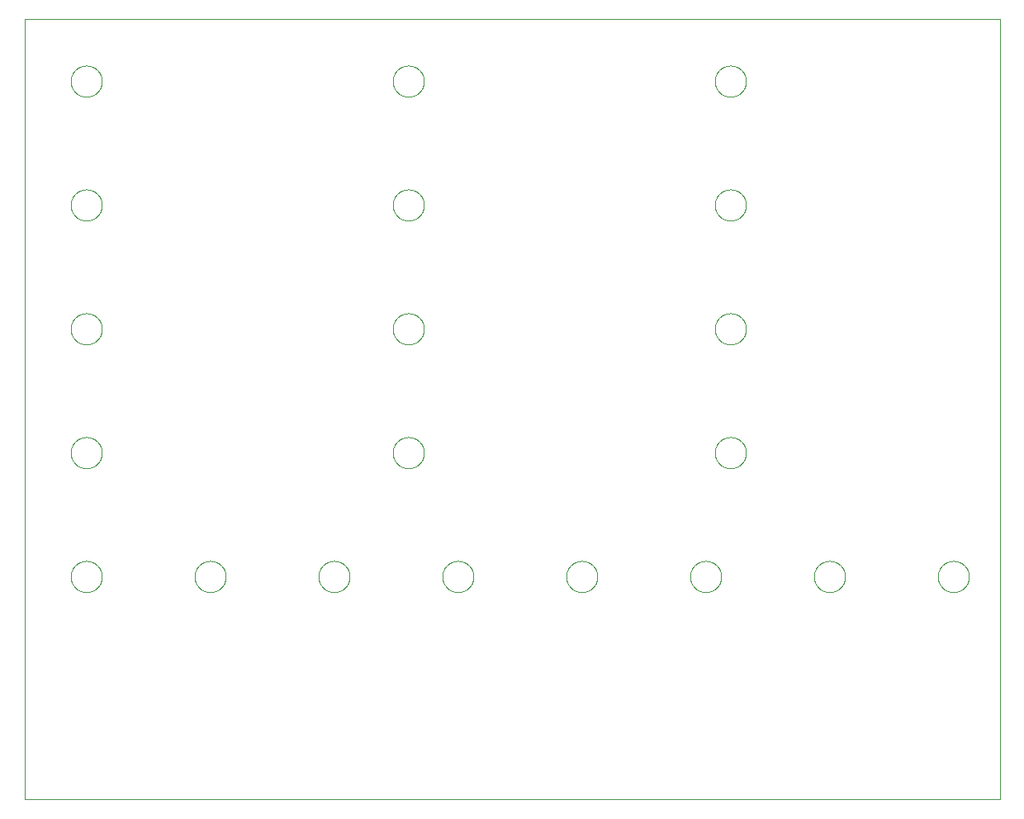
<source format=gbp>
G75*
%MOIN*%
%OFA0B0*%
%FSLAX25Y25*%
%IPPOS*%
%LPD*%
%AMOC8*
5,1,8,0,0,1.08239X$1,22.5*
%
%ADD10C,0.00000*%
D10*
X0002600Y0002600D02*
X0002600Y0317561D01*
X0396301Y0317561D01*
X0396301Y0002600D01*
X0002600Y0002600D01*
X0021301Y0092600D02*
X0021303Y0092758D01*
X0021309Y0092916D01*
X0021319Y0093074D01*
X0021333Y0093232D01*
X0021351Y0093389D01*
X0021372Y0093546D01*
X0021398Y0093702D01*
X0021428Y0093858D01*
X0021461Y0094013D01*
X0021499Y0094166D01*
X0021540Y0094319D01*
X0021585Y0094471D01*
X0021634Y0094622D01*
X0021687Y0094771D01*
X0021743Y0094919D01*
X0021803Y0095065D01*
X0021867Y0095210D01*
X0021935Y0095353D01*
X0022006Y0095495D01*
X0022080Y0095635D01*
X0022158Y0095772D01*
X0022240Y0095908D01*
X0022324Y0096042D01*
X0022413Y0096173D01*
X0022504Y0096302D01*
X0022599Y0096429D01*
X0022696Y0096554D01*
X0022797Y0096676D01*
X0022901Y0096795D01*
X0023008Y0096912D01*
X0023118Y0097026D01*
X0023231Y0097137D01*
X0023346Y0097246D01*
X0023464Y0097351D01*
X0023585Y0097453D01*
X0023708Y0097553D01*
X0023834Y0097649D01*
X0023962Y0097742D01*
X0024092Y0097832D01*
X0024225Y0097918D01*
X0024360Y0098002D01*
X0024496Y0098081D01*
X0024635Y0098158D01*
X0024776Y0098230D01*
X0024918Y0098300D01*
X0025062Y0098365D01*
X0025208Y0098427D01*
X0025355Y0098485D01*
X0025504Y0098540D01*
X0025654Y0098591D01*
X0025805Y0098638D01*
X0025957Y0098681D01*
X0026110Y0098720D01*
X0026265Y0098756D01*
X0026420Y0098787D01*
X0026576Y0098815D01*
X0026732Y0098839D01*
X0026889Y0098859D01*
X0027047Y0098875D01*
X0027204Y0098887D01*
X0027363Y0098895D01*
X0027521Y0098899D01*
X0027679Y0098899D01*
X0027837Y0098895D01*
X0027996Y0098887D01*
X0028153Y0098875D01*
X0028311Y0098859D01*
X0028468Y0098839D01*
X0028624Y0098815D01*
X0028780Y0098787D01*
X0028935Y0098756D01*
X0029090Y0098720D01*
X0029243Y0098681D01*
X0029395Y0098638D01*
X0029546Y0098591D01*
X0029696Y0098540D01*
X0029845Y0098485D01*
X0029992Y0098427D01*
X0030138Y0098365D01*
X0030282Y0098300D01*
X0030424Y0098230D01*
X0030565Y0098158D01*
X0030704Y0098081D01*
X0030840Y0098002D01*
X0030975Y0097918D01*
X0031108Y0097832D01*
X0031238Y0097742D01*
X0031366Y0097649D01*
X0031492Y0097553D01*
X0031615Y0097453D01*
X0031736Y0097351D01*
X0031854Y0097246D01*
X0031969Y0097137D01*
X0032082Y0097026D01*
X0032192Y0096912D01*
X0032299Y0096795D01*
X0032403Y0096676D01*
X0032504Y0096554D01*
X0032601Y0096429D01*
X0032696Y0096302D01*
X0032787Y0096173D01*
X0032876Y0096042D01*
X0032960Y0095908D01*
X0033042Y0095772D01*
X0033120Y0095635D01*
X0033194Y0095495D01*
X0033265Y0095353D01*
X0033333Y0095210D01*
X0033397Y0095065D01*
X0033457Y0094919D01*
X0033513Y0094771D01*
X0033566Y0094622D01*
X0033615Y0094471D01*
X0033660Y0094319D01*
X0033701Y0094166D01*
X0033739Y0094013D01*
X0033772Y0093858D01*
X0033802Y0093702D01*
X0033828Y0093546D01*
X0033849Y0093389D01*
X0033867Y0093232D01*
X0033881Y0093074D01*
X0033891Y0092916D01*
X0033897Y0092758D01*
X0033899Y0092600D01*
X0033897Y0092442D01*
X0033891Y0092284D01*
X0033881Y0092126D01*
X0033867Y0091968D01*
X0033849Y0091811D01*
X0033828Y0091654D01*
X0033802Y0091498D01*
X0033772Y0091342D01*
X0033739Y0091187D01*
X0033701Y0091034D01*
X0033660Y0090881D01*
X0033615Y0090729D01*
X0033566Y0090578D01*
X0033513Y0090429D01*
X0033457Y0090281D01*
X0033397Y0090135D01*
X0033333Y0089990D01*
X0033265Y0089847D01*
X0033194Y0089705D01*
X0033120Y0089565D01*
X0033042Y0089428D01*
X0032960Y0089292D01*
X0032876Y0089158D01*
X0032787Y0089027D01*
X0032696Y0088898D01*
X0032601Y0088771D01*
X0032504Y0088646D01*
X0032403Y0088524D01*
X0032299Y0088405D01*
X0032192Y0088288D01*
X0032082Y0088174D01*
X0031969Y0088063D01*
X0031854Y0087954D01*
X0031736Y0087849D01*
X0031615Y0087747D01*
X0031492Y0087647D01*
X0031366Y0087551D01*
X0031238Y0087458D01*
X0031108Y0087368D01*
X0030975Y0087282D01*
X0030840Y0087198D01*
X0030704Y0087119D01*
X0030565Y0087042D01*
X0030424Y0086970D01*
X0030282Y0086900D01*
X0030138Y0086835D01*
X0029992Y0086773D01*
X0029845Y0086715D01*
X0029696Y0086660D01*
X0029546Y0086609D01*
X0029395Y0086562D01*
X0029243Y0086519D01*
X0029090Y0086480D01*
X0028935Y0086444D01*
X0028780Y0086413D01*
X0028624Y0086385D01*
X0028468Y0086361D01*
X0028311Y0086341D01*
X0028153Y0086325D01*
X0027996Y0086313D01*
X0027837Y0086305D01*
X0027679Y0086301D01*
X0027521Y0086301D01*
X0027363Y0086305D01*
X0027204Y0086313D01*
X0027047Y0086325D01*
X0026889Y0086341D01*
X0026732Y0086361D01*
X0026576Y0086385D01*
X0026420Y0086413D01*
X0026265Y0086444D01*
X0026110Y0086480D01*
X0025957Y0086519D01*
X0025805Y0086562D01*
X0025654Y0086609D01*
X0025504Y0086660D01*
X0025355Y0086715D01*
X0025208Y0086773D01*
X0025062Y0086835D01*
X0024918Y0086900D01*
X0024776Y0086970D01*
X0024635Y0087042D01*
X0024496Y0087119D01*
X0024360Y0087198D01*
X0024225Y0087282D01*
X0024092Y0087368D01*
X0023962Y0087458D01*
X0023834Y0087551D01*
X0023708Y0087647D01*
X0023585Y0087747D01*
X0023464Y0087849D01*
X0023346Y0087954D01*
X0023231Y0088063D01*
X0023118Y0088174D01*
X0023008Y0088288D01*
X0022901Y0088405D01*
X0022797Y0088524D01*
X0022696Y0088646D01*
X0022599Y0088771D01*
X0022504Y0088898D01*
X0022413Y0089027D01*
X0022324Y0089158D01*
X0022240Y0089292D01*
X0022158Y0089428D01*
X0022080Y0089565D01*
X0022006Y0089705D01*
X0021935Y0089847D01*
X0021867Y0089990D01*
X0021803Y0090135D01*
X0021743Y0090281D01*
X0021687Y0090429D01*
X0021634Y0090578D01*
X0021585Y0090729D01*
X0021540Y0090881D01*
X0021499Y0091034D01*
X0021461Y0091187D01*
X0021428Y0091342D01*
X0021398Y0091498D01*
X0021372Y0091654D01*
X0021351Y0091811D01*
X0021333Y0091968D01*
X0021319Y0092126D01*
X0021309Y0092284D01*
X0021303Y0092442D01*
X0021301Y0092600D01*
X0071301Y0092600D02*
X0071303Y0092758D01*
X0071309Y0092916D01*
X0071319Y0093074D01*
X0071333Y0093232D01*
X0071351Y0093389D01*
X0071372Y0093546D01*
X0071398Y0093702D01*
X0071428Y0093858D01*
X0071461Y0094013D01*
X0071499Y0094166D01*
X0071540Y0094319D01*
X0071585Y0094471D01*
X0071634Y0094622D01*
X0071687Y0094771D01*
X0071743Y0094919D01*
X0071803Y0095065D01*
X0071867Y0095210D01*
X0071935Y0095353D01*
X0072006Y0095495D01*
X0072080Y0095635D01*
X0072158Y0095772D01*
X0072240Y0095908D01*
X0072324Y0096042D01*
X0072413Y0096173D01*
X0072504Y0096302D01*
X0072599Y0096429D01*
X0072696Y0096554D01*
X0072797Y0096676D01*
X0072901Y0096795D01*
X0073008Y0096912D01*
X0073118Y0097026D01*
X0073231Y0097137D01*
X0073346Y0097246D01*
X0073464Y0097351D01*
X0073585Y0097453D01*
X0073708Y0097553D01*
X0073834Y0097649D01*
X0073962Y0097742D01*
X0074092Y0097832D01*
X0074225Y0097918D01*
X0074360Y0098002D01*
X0074496Y0098081D01*
X0074635Y0098158D01*
X0074776Y0098230D01*
X0074918Y0098300D01*
X0075062Y0098365D01*
X0075208Y0098427D01*
X0075355Y0098485D01*
X0075504Y0098540D01*
X0075654Y0098591D01*
X0075805Y0098638D01*
X0075957Y0098681D01*
X0076110Y0098720D01*
X0076265Y0098756D01*
X0076420Y0098787D01*
X0076576Y0098815D01*
X0076732Y0098839D01*
X0076889Y0098859D01*
X0077047Y0098875D01*
X0077204Y0098887D01*
X0077363Y0098895D01*
X0077521Y0098899D01*
X0077679Y0098899D01*
X0077837Y0098895D01*
X0077996Y0098887D01*
X0078153Y0098875D01*
X0078311Y0098859D01*
X0078468Y0098839D01*
X0078624Y0098815D01*
X0078780Y0098787D01*
X0078935Y0098756D01*
X0079090Y0098720D01*
X0079243Y0098681D01*
X0079395Y0098638D01*
X0079546Y0098591D01*
X0079696Y0098540D01*
X0079845Y0098485D01*
X0079992Y0098427D01*
X0080138Y0098365D01*
X0080282Y0098300D01*
X0080424Y0098230D01*
X0080565Y0098158D01*
X0080704Y0098081D01*
X0080840Y0098002D01*
X0080975Y0097918D01*
X0081108Y0097832D01*
X0081238Y0097742D01*
X0081366Y0097649D01*
X0081492Y0097553D01*
X0081615Y0097453D01*
X0081736Y0097351D01*
X0081854Y0097246D01*
X0081969Y0097137D01*
X0082082Y0097026D01*
X0082192Y0096912D01*
X0082299Y0096795D01*
X0082403Y0096676D01*
X0082504Y0096554D01*
X0082601Y0096429D01*
X0082696Y0096302D01*
X0082787Y0096173D01*
X0082876Y0096042D01*
X0082960Y0095908D01*
X0083042Y0095772D01*
X0083120Y0095635D01*
X0083194Y0095495D01*
X0083265Y0095353D01*
X0083333Y0095210D01*
X0083397Y0095065D01*
X0083457Y0094919D01*
X0083513Y0094771D01*
X0083566Y0094622D01*
X0083615Y0094471D01*
X0083660Y0094319D01*
X0083701Y0094166D01*
X0083739Y0094013D01*
X0083772Y0093858D01*
X0083802Y0093702D01*
X0083828Y0093546D01*
X0083849Y0093389D01*
X0083867Y0093232D01*
X0083881Y0093074D01*
X0083891Y0092916D01*
X0083897Y0092758D01*
X0083899Y0092600D01*
X0083897Y0092442D01*
X0083891Y0092284D01*
X0083881Y0092126D01*
X0083867Y0091968D01*
X0083849Y0091811D01*
X0083828Y0091654D01*
X0083802Y0091498D01*
X0083772Y0091342D01*
X0083739Y0091187D01*
X0083701Y0091034D01*
X0083660Y0090881D01*
X0083615Y0090729D01*
X0083566Y0090578D01*
X0083513Y0090429D01*
X0083457Y0090281D01*
X0083397Y0090135D01*
X0083333Y0089990D01*
X0083265Y0089847D01*
X0083194Y0089705D01*
X0083120Y0089565D01*
X0083042Y0089428D01*
X0082960Y0089292D01*
X0082876Y0089158D01*
X0082787Y0089027D01*
X0082696Y0088898D01*
X0082601Y0088771D01*
X0082504Y0088646D01*
X0082403Y0088524D01*
X0082299Y0088405D01*
X0082192Y0088288D01*
X0082082Y0088174D01*
X0081969Y0088063D01*
X0081854Y0087954D01*
X0081736Y0087849D01*
X0081615Y0087747D01*
X0081492Y0087647D01*
X0081366Y0087551D01*
X0081238Y0087458D01*
X0081108Y0087368D01*
X0080975Y0087282D01*
X0080840Y0087198D01*
X0080704Y0087119D01*
X0080565Y0087042D01*
X0080424Y0086970D01*
X0080282Y0086900D01*
X0080138Y0086835D01*
X0079992Y0086773D01*
X0079845Y0086715D01*
X0079696Y0086660D01*
X0079546Y0086609D01*
X0079395Y0086562D01*
X0079243Y0086519D01*
X0079090Y0086480D01*
X0078935Y0086444D01*
X0078780Y0086413D01*
X0078624Y0086385D01*
X0078468Y0086361D01*
X0078311Y0086341D01*
X0078153Y0086325D01*
X0077996Y0086313D01*
X0077837Y0086305D01*
X0077679Y0086301D01*
X0077521Y0086301D01*
X0077363Y0086305D01*
X0077204Y0086313D01*
X0077047Y0086325D01*
X0076889Y0086341D01*
X0076732Y0086361D01*
X0076576Y0086385D01*
X0076420Y0086413D01*
X0076265Y0086444D01*
X0076110Y0086480D01*
X0075957Y0086519D01*
X0075805Y0086562D01*
X0075654Y0086609D01*
X0075504Y0086660D01*
X0075355Y0086715D01*
X0075208Y0086773D01*
X0075062Y0086835D01*
X0074918Y0086900D01*
X0074776Y0086970D01*
X0074635Y0087042D01*
X0074496Y0087119D01*
X0074360Y0087198D01*
X0074225Y0087282D01*
X0074092Y0087368D01*
X0073962Y0087458D01*
X0073834Y0087551D01*
X0073708Y0087647D01*
X0073585Y0087747D01*
X0073464Y0087849D01*
X0073346Y0087954D01*
X0073231Y0088063D01*
X0073118Y0088174D01*
X0073008Y0088288D01*
X0072901Y0088405D01*
X0072797Y0088524D01*
X0072696Y0088646D01*
X0072599Y0088771D01*
X0072504Y0088898D01*
X0072413Y0089027D01*
X0072324Y0089158D01*
X0072240Y0089292D01*
X0072158Y0089428D01*
X0072080Y0089565D01*
X0072006Y0089705D01*
X0071935Y0089847D01*
X0071867Y0089990D01*
X0071803Y0090135D01*
X0071743Y0090281D01*
X0071687Y0090429D01*
X0071634Y0090578D01*
X0071585Y0090729D01*
X0071540Y0090881D01*
X0071499Y0091034D01*
X0071461Y0091187D01*
X0071428Y0091342D01*
X0071398Y0091498D01*
X0071372Y0091654D01*
X0071351Y0091811D01*
X0071333Y0091968D01*
X0071319Y0092126D01*
X0071309Y0092284D01*
X0071303Y0092442D01*
X0071301Y0092600D01*
X0121301Y0092600D02*
X0121303Y0092758D01*
X0121309Y0092916D01*
X0121319Y0093074D01*
X0121333Y0093232D01*
X0121351Y0093389D01*
X0121372Y0093546D01*
X0121398Y0093702D01*
X0121428Y0093858D01*
X0121461Y0094013D01*
X0121499Y0094166D01*
X0121540Y0094319D01*
X0121585Y0094471D01*
X0121634Y0094622D01*
X0121687Y0094771D01*
X0121743Y0094919D01*
X0121803Y0095065D01*
X0121867Y0095210D01*
X0121935Y0095353D01*
X0122006Y0095495D01*
X0122080Y0095635D01*
X0122158Y0095772D01*
X0122240Y0095908D01*
X0122324Y0096042D01*
X0122413Y0096173D01*
X0122504Y0096302D01*
X0122599Y0096429D01*
X0122696Y0096554D01*
X0122797Y0096676D01*
X0122901Y0096795D01*
X0123008Y0096912D01*
X0123118Y0097026D01*
X0123231Y0097137D01*
X0123346Y0097246D01*
X0123464Y0097351D01*
X0123585Y0097453D01*
X0123708Y0097553D01*
X0123834Y0097649D01*
X0123962Y0097742D01*
X0124092Y0097832D01*
X0124225Y0097918D01*
X0124360Y0098002D01*
X0124496Y0098081D01*
X0124635Y0098158D01*
X0124776Y0098230D01*
X0124918Y0098300D01*
X0125062Y0098365D01*
X0125208Y0098427D01*
X0125355Y0098485D01*
X0125504Y0098540D01*
X0125654Y0098591D01*
X0125805Y0098638D01*
X0125957Y0098681D01*
X0126110Y0098720D01*
X0126265Y0098756D01*
X0126420Y0098787D01*
X0126576Y0098815D01*
X0126732Y0098839D01*
X0126889Y0098859D01*
X0127047Y0098875D01*
X0127204Y0098887D01*
X0127363Y0098895D01*
X0127521Y0098899D01*
X0127679Y0098899D01*
X0127837Y0098895D01*
X0127996Y0098887D01*
X0128153Y0098875D01*
X0128311Y0098859D01*
X0128468Y0098839D01*
X0128624Y0098815D01*
X0128780Y0098787D01*
X0128935Y0098756D01*
X0129090Y0098720D01*
X0129243Y0098681D01*
X0129395Y0098638D01*
X0129546Y0098591D01*
X0129696Y0098540D01*
X0129845Y0098485D01*
X0129992Y0098427D01*
X0130138Y0098365D01*
X0130282Y0098300D01*
X0130424Y0098230D01*
X0130565Y0098158D01*
X0130704Y0098081D01*
X0130840Y0098002D01*
X0130975Y0097918D01*
X0131108Y0097832D01*
X0131238Y0097742D01*
X0131366Y0097649D01*
X0131492Y0097553D01*
X0131615Y0097453D01*
X0131736Y0097351D01*
X0131854Y0097246D01*
X0131969Y0097137D01*
X0132082Y0097026D01*
X0132192Y0096912D01*
X0132299Y0096795D01*
X0132403Y0096676D01*
X0132504Y0096554D01*
X0132601Y0096429D01*
X0132696Y0096302D01*
X0132787Y0096173D01*
X0132876Y0096042D01*
X0132960Y0095908D01*
X0133042Y0095772D01*
X0133120Y0095635D01*
X0133194Y0095495D01*
X0133265Y0095353D01*
X0133333Y0095210D01*
X0133397Y0095065D01*
X0133457Y0094919D01*
X0133513Y0094771D01*
X0133566Y0094622D01*
X0133615Y0094471D01*
X0133660Y0094319D01*
X0133701Y0094166D01*
X0133739Y0094013D01*
X0133772Y0093858D01*
X0133802Y0093702D01*
X0133828Y0093546D01*
X0133849Y0093389D01*
X0133867Y0093232D01*
X0133881Y0093074D01*
X0133891Y0092916D01*
X0133897Y0092758D01*
X0133899Y0092600D01*
X0133897Y0092442D01*
X0133891Y0092284D01*
X0133881Y0092126D01*
X0133867Y0091968D01*
X0133849Y0091811D01*
X0133828Y0091654D01*
X0133802Y0091498D01*
X0133772Y0091342D01*
X0133739Y0091187D01*
X0133701Y0091034D01*
X0133660Y0090881D01*
X0133615Y0090729D01*
X0133566Y0090578D01*
X0133513Y0090429D01*
X0133457Y0090281D01*
X0133397Y0090135D01*
X0133333Y0089990D01*
X0133265Y0089847D01*
X0133194Y0089705D01*
X0133120Y0089565D01*
X0133042Y0089428D01*
X0132960Y0089292D01*
X0132876Y0089158D01*
X0132787Y0089027D01*
X0132696Y0088898D01*
X0132601Y0088771D01*
X0132504Y0088646D01*
X0132403Y0088524D01*
X0132299Y0088405D01*
X0132192Y0088288D01*
X0132082Y0088174D01*
X0131969Y0088063D01*
X0131854Y0087954D01*
X0131736Y0087849D01*
X0131615Y0087747D01*
X0131492Y0087647D01*
X0131366Y0087551D01*
X0131238Y0087458D01*
X0131108Y0087368D01*
X0130975Y0087282D01*
X0130840Y0087198D01*
X0130704Y0087119D01*
X0130565Y0087042D01*
X0130424Y0086970D01*
X0130282Y0086900D01*
X0130138Y0086835D01*
X0129992Y0086773D01*
X0129845Y0086715D01*
X0129696Y0086660D01*
X0129546Y0086609D01*
X0129395Y0086562D01*
X0129243Y0086519D01*
X0129090Y0086480D01*
X0128935Y0086444D01*
X0128780Y0086413D01*
X0128624Y0086385D01*
X0128468Y0086361D01*
X0128311Y0086341D01*
X0128153Y0086325D01*
X0127996Y0086313D01*
X0127837Y0086305D01*
X0127679Y0086301D01*
X0127521Y0086301D01*
X0127363Y0086305D01*
X0127204Y0086313D01*
X0127047Y0086325D01*
X0126889Y0086341D01*
X0126732Y0086361D01*
X0126576Y0086385D01*
X0126420Y0086413D01*
X0126265Y0086444D01*
X0126110Y0086480D01*
X0125957Y0086519D01*
X0125805Y0086562D01*
X0125654Y0086609D01*
X0125504Y0086660D01*
X0125355Y0086715D01*
X0125208Y0086773D01*
X0125062Y0086835D01*
X0124918Y0086900D01*
X0124776Y0086970D01*
X0124635Y0087042D01*
X0124496Y0087119D01*
X0124360Y0087198D01*
X0124225Y0087282D01*
X0124092Y0087368D01*
X0123962Y0087458D01*
X0123834Y0087551D01*
X0123708Y0087647D01*
X0123585Y0087747D01*
X0123464Y0087849D01*
X0123346Y0087954D01*
X0123231Y0088063D01*
X0123118Y0088174D01*
X0123008Y0088288D01*
X0122901Y0088405D01*
X0122797Y0088524D01*
X0122696Y0088646D01*
X0122599Y0088771D01*
X0122504Y0088898D01*
X0122413Y0089027D01*
X0122324Y0089158D01*
X0122240Y0089292D01*
X0122158Y0089428D01*
X0122080Y0089565D01*
X0122006Y0089705D01*
X0121935Y0089847D01*
X0121867Y0089990D01*
X0121803Y0090135D01*
X0121743Y0090281D01*
X0121687Y0090429D01*
X0121634Y0090578D01*
X0121585Y0090729D01*
X0121540Y0090881D01*
X0121499Y0091034D01*
X0121461Y0091187D01*
X0121428Y0091342D01*
X0121398Y0091498D01*
X0121372Y0091654D01*
X0121351Y0091811D01*
X0121333Y0091968D01*
X0121319Y0092126D01*
X0121309Y0092284D01*
X0121303Y0092442D01*
X0121301Y0092600D01*
X0171301Y0092600D02*
X0171303Y0092758D01*
X0171309Y0092916D01*
X0171319Y0093074D01*
X0171333Y0093232D01*
X0171351Y0093389D01*
X0171372Y0093546D01*
X0171398Y0093702D01*
X0171428Y0093858D01*
X0171461Y0094013D01*
X0171499Y0094166D01*
X0171540Y0094319D01*
X0171585Y0094471D01*
X0171634Y0094622D01*
X0171687Y0094771D01*
X0171743Y0094919D01*
X0171803Y0095065D01*
X0171867Y0095210D01*
X0171935Y0095353D01*
X0172006Y0095495D01*
X0172080Y0095635D01*
X0172158Y0095772D01*
X0172240Y0095908D01*
X0172324Y0096042D01*
X0172413Y0096173D01*
X0172504Y0096302D01*
X0172599Y0096429D01*
X0172696Y0096554D01*
X0172797Y0096676D01*
X0172901Y0096795D01*
X0173008Y0096912D01*
X0173118Y0097026D01*
X0173231Y0097137D01*
X0173346Y0097246D01*
X0173464Y0097351D01*
X0173585Y0097453D01*
X0173708Y0097553D01*
X0173834Y0097649D01*
X0173962Y0097742D01*
X0174092Y0097832D01*
X0174225Y0097918D01*
X0174360Y0098002D01*
X0174496Y0098081D01*
X0174635Y0098158D01*
X0174776Y0098230D01*
X0174918Y0098300D01*
X0175062Y0098365D01*
X0175208Y0098427D01*
X0175355Y0098485D01*
X0175504Y0098540D01*
X0175654Y0098591D01*
X0175805Y0098638D01*
X0175957Y0098681D01*
X0176110Y0098720D01*
X0176265Y0098756D01*
X0176420Y0098787D01*
X0176576Y0098815D01*
X0176732Y0098839D01*
X0176889Y0098859D01*
X0177047Y0098875D01*
X0177204Y0098887D01*
X0177363Y0098895D01*
X0177521Y0098899D01*
X0177679Y0098899D01*
X0177837Y0098895D01*
X0177996Y0098887D01*
X0178153Y0098875D01*
X0178311Y0098859D01*
X0178468Y0098839D01*
X0178624Y0098815D01*
X0178780Y0098787D01*
X0178935Y0098756D01*
X0179090Y0098720D01*
X0179243Y0098681D01*
X0179395Y0098638D01*
X0179546Y0098591D01*
X0179696Y0098540D01*
X0179845Y0098485D01*
X0179992Y0098427D01*
X0180138Y0098365D01*
X0180282Y0098300D01*
X0180424Y0098230D01*
X0180565Y0098158D01*
X0180704Y0098081D01*
X0180840Y0098002D01*
X0180975Y0097918D01*
X0181108Y0097832D01*
X0181238Y0097742D01*
X0181366Y0097649D01*
X0181492Y0097553D01*
X0181615Y0097453D01*
X0181736Y0097351D01*
X0181854Y0097246D01*
X0181969Y0097137D01*
X0182082Y0097026D01*
X0182192Y0096912D01*
X0182299Y0096795D01*
X0182403Y0096676D01*
X0182504Y0096554D01*
X0182601Y0096429D01*
X0182696Y0096302D01*
X0182787Y0096173D01*
X0182876Y0096042D01*
X0182960Y0095908D01*
X0183042Y0095772D01*
X0183120Y0095635D01*
X0183194Y0095495D01*
X0183265Y0095353D01*
X0183333Y0095210D01*
X0183397Y0095065D01*
X0183457Y0094919D01*
X0183513Y0094771D01*
X0183566Y0094622D01*
X0183615Y0094471D01*
X0183660Y0094319D01*
X0183701Y0094166D01*
X0183739Y0094013D01*
X0183772Y0093858D01*
X0183802Y0093702D01*
X0183828Y0093546D01*
X0183849Y0093389D01*
X0183867Y0093232D01*
X0183881Y0093074D01*
X0183891Y0092916D01*
X0183897Y0092758D01*
X0183899Y0092600D01*
X0183897Y0092442D01*
X0183891Y0092284D01*
X0183881Y0092126D01*
X0183867Y0091968D01*
X0183849Y0091811D01*
X0183828Y0091654D01*
X0183802Y0091498D01*
X0183772Y0091342D01*
X0183739Y0091187D01*
X0183701Y0091034D01*
X0183660Y0090881D01*
X0183615Y0090729D01*
X0183566Y0090578D01*
X0183513Y0090429D01*
X0183457Y0090281D01*
X0183397Y0090135D01*
X0183333Y0089990D01*
X0183265Y0089847D01*
X0183194Y0089705D01*
X0183120Y0089565D01*
X0183042Y0089428D01*
X0182960Y0089292D01*
X0182876Y0089158D01*
X0182787Y0089027D01*
X0182696Y0088898D01*
X0182601Y0088771D01*
X0182504Y0088646D01*
X0182403Y0088524D01*
X0182299Y0088405D01*
X0182192Y0088288D01*
X0182082Y0088174D01*
X0181969Y0088063D01*
X0181854Y0087954D01*
X0181736Y0087849D01*
X0181615Y0087747D01*
X0181492Y0087647D01*
X0181366Y0087551D01*
X0181238Y0087458D01*
X0181108Y0087368D01*
X0180975Y0087282D01*
X0180840Y0087198D01*
X0180704Y0087119D01*
X0180565Y0087042D01*
X0180424Y0086970D01*
X0180282Y0086900D01*
X0180138Y0086835D01*
X0179992Y0086773D01*
X0179845Y0086715D01*
X0179696Y0086660D01*
X0179546Y0086609D01*
X0179395Y0086562D01*
X0179243Y0086519D01*
X0179090Y0086480D01*
X0178935Y0086444D01*
X0178780Y0086413D01*
X0178624Y0086385D01*
X0178468Y0086361D01*
X0178311Y0086341D01*
X0178153Y0086325D01*
X0177996Y0086313D01*
X0177837Y0086305D01*
X0177679Y0086301D01*
X0177521Y0086301D01*
X0177363Y0086305D01*
X0177204Y0086313D01*
X0177047Y0086325D01*
X0176889Y0086341D01*
X0176732Y0086361D01*
X0176576Y0086385D01*
X0176420Y0086413D01*
X0176265Y0086444D01*
X0176110Y0086480D01*
X0175957Y0086519D01*
X0175805Y0086562D01*
X0175654Y0086609D01*
X0175504Y0086660D01*
X0175355Y0086715D01*
X0175208Y0086773D01*
X0175062Y0086835D01*
X0174918Y0086900D01*
X0174776Y0086970D01*
X0174635Y0087042D01*
X0174496Y0087119D01*
X0174360Y0087198D01*
X0174225Y0087282D01*
X0174092Y0087368D01*
X0173962Y0087458D01*
X0173834Y0087551D01*
X0173708Y0087647D01*
X0173585Y0087747D01*
X0173464Y0087849D01*
X0173346Y0087954D01*
X0173231Y0088063D01*
X0173118Y0088174D01*
X0173008Y0088288D01*
X0172901Y0088405D01*
X0172797Y0088524D01*
X0172696Y0088646D01*
X0172599Y0088771D01*
X0172504Y0088898D01*
X0172413Y0089027D01*
X0172324Y0089158D01*
X0172240Y0089292D01*
X0172158Y0089428D01*
X0172080Y0089565D01*
X0172006Y0089705D01*
X0171935Y0089847D01*
X0171867Y0089990D01*
X0171803Y0090135D01*
X0171743Y0090281D01*
X0171687Y0090429D01*
X0171634Y0090578D01*
X0171585Y0090729D01*
X0171540Y0090881D01*
X0171499Y0091034D01*
X0171461Y0091187D01*
X0171428Y0091342D01*
X0171398Y0091498D01*
X0171372Y0091654D01*
X0171351Y0091811D01*
X0171333Y0091968D01*
X0171319Y0092126D01*
X0171309Y0092284D01*
X0171303Y0092442D01*
X0171301Y0092600D01*
X0221301Y0092600D02*
X0221303Y0092758D01*
X0221309Y0092916D01*
X0221319Y0093074D01*
X0221333Y0093232D01*
X0221351Y0093389D01*
X0221372Y0093546D01*
X0221398Y0093702D01*
X0221428Y0093858D01*
X0221461Y0094013D01*
X0221499Y0094166D01*
X0221540Y0094319D01*
X0221585Y0094471D01*
X0221634Y0094622D01*
X0221687Y0094771D01*
X0221743Y0094919D01*
X0221803Y0095065D01*
X0221867Y0095210D01*
X0221935Y0095353D01*
X0222006Y0095495D01*
X0222080Y0095635D01*
X0222158Y0095772D01*
X0222240Y0095908D01*
X0222324Y0096042D01*
X0222413Y0096173D01*
X0222504Y0096302D01*
X0222599Y0096429D01*
X0222696Y0096554D01*
X0222797Y0096676D01*
X0222901Y0096795D01*
X0223008Y0096912D01*
X0223118Y0097026D01*
X0223231Y0097137D01*
X0223346Y0097246D01*
X0223464Y0097351D01*
X0223585Y0097453D01*
X0223708Y0097553D01*
X0223834Y0097649D01*
X0223962Y0097742D01*
X0224092Y0097832D01*
X0224225Y0097918D01*
X0224360Y0098002D01*
X0224496Y0098081D01*
X0224635Y0098158D01*
X0224776Y0098230D01*
X0224918Y0098300D01*
X0225062Y0098365D01*
X0225208Y0098427D01*
X0225355Y0098485D01*
X0225504Y0098540D01*
X0225654Y0098591D01*
X0225805Y0098638D01*
X0225957Y0098681D01*
X0226110Y0098720D01*
X0226265Y0098756D01*
X0226420Y0098787D01*
X0226576Y0098815D01*
X0226732Y0098839D01*
X0226889Y0098859D01*
X0227047Y0098875D01*
X0227204Y0098887D01*
X0227363Y0098895D01*
X0227521Y0098899D01*
X0227679Y0098899D01*
X0227837Y0098895D01*
X0227996Y0098887D01*
X0228153Y0098875D01*
X0228311Y0098859D01*
X0228468Y0098839D01*
X0228624Y0098815D01*
X0228780Y0098787D01*
X0228935Y0098756D01*
X0229090Y0098720D01*
X0229243Y0098681D01*
X0229395Y0098638D01*
X0229546Y0098591D01*
X0229696Y0098540D01*
X0229845Y0098485D01*
X0229992Y0098427D01*
X0230138Y0098365D01*
X0230282Y0098300D01*
X0230424Y0098230D01*
X0230565Y0098158D01*
X0230704Y0098081D01*
X0230840Y0098002D01*
X0230975Y0097918D01*
X0231108Y0097832D01*
X0231238Y0097742D01*
X0231366Y0097649D01*
X0231492Y0097553D01*
X0231615Y0097453D01*
X0231736Y0097351D01*
X0231854Y0097246D01*
X0231969Y0097137D01*
X0232082Y0097026D01*
X0232192Y0096912D01*
X0232299Y0096795D01*
X0232403Y0096676D01*
X0232504Y0096554D01*
X0232601Y0096429D01*
X0232696Y0096302D01*
X0232787Y0096173D01*
X0232876Y0096042D01*
X0232960Y0095908D01*
X0233042Y0095772D01*
X0233120Y0095635D01*
X0233194Y0095495D01*
X0233265Y0095353D01*
X0233333Y0095210D01*
X0233397Y0095065D01*
X0233457Y0094919D01*
X0233513Y0094771D01*
X0233566Y0094622D01*
X0233615Y0094471D01*
X0233660Y0094319D01*
X0233701Y0094166D01*
X0233739Y0094013D01*
X0233772Y0093858D01*
X0233802Y0093702D01*
X0233828Y0093546D01*
X0233849Y0093389D01*
X0233867Y0093232D01*
X0233881Y0093074D01*
X0233891Y0092916D01*
X0233897Y0092758D01*
X0233899Y0092600D01*
X0233897Y0092442D01*
X0233891Y0092284D01*
X0233881Y0092126D01*
X0233867Y0091968D01*
X0233849Y0091811D01*
X0233828Y0091654D01*
X0233802Y0091498D01*
X0233772Y0091342D01*
X0233739Y0091187D01*
X0233701Y0091034D01*
X0233660Y0090881D01*
X0233615Y0090729D01*
X0233566Y0090578D01*
X0233513Y0090429D01*
X0233457Y0090281D01*
X0233397Y0090135D01*
X0233333Y0089990D01*
X0233265Y0089847D01*
X0233194Y0089705D01*
X0233120Y0089565D01*
X0233042Y0089428D01*
X0232960Y0089292D01*
X0232876Y0089158D01*
X0232787Y0089027D01*
X0232696Y0088898D01*
X0232601Y0088771D01*
X0232504Y0088646D01*
X0232403Y0088524D01*
X0232299Y0088405D01*
X0232192Y0088288D01*
X0232082Y0088174D01*
X0231969Y0088063D01*
X0231854Y0087954D01*
X0231736Y0087849D01*
X0231615Y0087747D01*
X0231492Y0087647D01*
X0231366Y0087551D01*
X0231238Y0087458D01*
X0231108Y0087368D01*
X0230975Y0087282D01*
X0230840Y0087198D01*
X0230704Y0087119D01*
X0230565Y0087042D01*
X0230424Y0086970D01*
X0230282Y0086900D01*
X0230138Y0086835D01*
X0229992Y0086773D01*
X0229845Y0086715D01*
X0229696Y0086660D01*
X0229546Y0086609D01*
X0229395Y0086562D01*
X0229243Y0086519D01*
X0229090Y0086480D01*
X0228935Y0086444D01*
X0228780Y0086413D01*
X0228624Y0086385D01*
X0228468Y0086361D01*
X0228311Y0086341D01*
X0228153Y0086325D01*
X0227996Y0086313D01*
X0227837Y0086305D01*
X0227679Y0086301D01*
X0227521Y0086301D01*
X0227363Y0086305D01*
X0227204Y0086313D01*
X0227047Y0086325D01*
X0226889Y0086341D01*
X0226732Y0086361D01*
X0226576Y0086385D01*
X0226420Y0086413D01*
X0226265Y0086444D01*
X0226110Y0086480D01*
X0225957Y0086519D01*
X0225805Y0086562D01*
X0225654Y0086609D01*
X0225504Y0086660D01*
X0225355Y0086715D01*
X0225208Y0086773D01*
X0225062Y0086835D01*
X0224918Y0086900D01*
X0224776Y0086970D01*
X0224635Y0087042D01*
X0224496Y0087119D01*
X0224360Y0087198D01*
X0224225Y0087282D01*
X0224092Y0087368D01*
X0223962Y0087458D01*
X0223834Y0087551D01*
X0223708Y0087647D01*
X0223585Y0087747D01*
X0223464Y0087849D01*
X0223346Y0087954D01*
X0223231Y0088063D01*
X0223118Y0088174D01*
X0223008Y0088288D01*
X0222901Y0088405D01*
X0222797Y0088524D01*
X0222696Y0088646D01*
X0222599Y0088771D01*
X0222504Y0088898D01*
X0222413Y0089027D01*
X0222324Y0089158D01*
X0222240Y0089292D01*
X0222158Y0089428D01*
X0222080Y0089565D01*
X0222006Y0089705D01*
X0221935Y0089847D01*
X0221867Y0089990D01*
X0221803Y0090135D01*
X0221743Y0090281D01*
X0221687Y0090429D01*
X0221634Y0090578D01*
X0221585Y0090729D01*
X0221540Y0090881D01*
X0221499Y0091034D01*
X0221461Y0091187D01*
X0221428Y0091342D01*
X0221398Y0091498D01*
X0221372Y0091654D01*
X0221351Y0091811D01*
X0221333Y0091968D01*
X0221319Y0092126D01*
X0221309Y0092284D01*
X0221303Y0092442D01*
X0221301Y0092600D01*
X0271301Y0092600D02*
X0271303Y0092758D01*
X0271309Y0092916D01*
X0271319Y0093074D01*
X0271333Y0093232D01*
X0271351Y0093389D01*
X0271372Y0093546D01*
X0271398Y0093702D01*
X0271428Y0093858D01*
X0271461Y0094013D01*
X0271499Y0094166D01*
X0271540Y0094319D01*
X0271585Y0094471D01*
X0271634Y0094622D01*
X0271687Y0094771D01*
X0271743Y0094919D01*
X0271803Y0095065D01*
X0271867Y0095210D01*
X0271935Y0095353D01*
X0272006Y0095495D01*
X0272080Y0095635D01*
X0272158Y0095772D01*
X0272240Y0095908D01*
X0272324Y0096042D01*
X0272413Y0096173D01*
X0272504Y0096302D01*
X0272599Y0096429D01*
X0272696Y0096554D01*
X0272797Y0096676D01*
X0272901Y0096795D01*
X0273008Y0096912D01*
X0273118Y0097026D01*
X0273231Y0097137D01*
X0273346Y0097246D01*
X0273464Y0097351D01*
X0273585Y0097453D01*
X0273708Y0097553D01*
X0273834Y0097649D01*
X0273962Y0097742D01*
X0274092Y0097832D01*
X0274225Y0097918D01*
X0274360Y0098002D01*
X0274496Y0098081D01*
X0274635Y0098158D01*
X0274776Y0098230D01*
X0274918Y0098300D01*
X0275062Y0098365D01*
X0275208Y0098427D01*
X0275355Y0098485D01*
X0275504Y0098540D01*
X0275654Y0098591D01*
X0275805Y0098638D01*
X0275957Y0098681D01*
X0276110Y0098720D01*
X0276265Y0098756D01*
X0276420Y0098787D01*
X0276576Y0098815D01*
X0276732Y0098839D01*
X0276889Y0098859D01*
X0277047Y0098875D01*
X0277204Y0098887D01*
X0277363Y0098895D01*
X0277521Y0098899D01*
X0277679Y0098899D01*
X0277837Y0098895D01*
X0277996Y0098887D01*
X0278153Y0098875D01*
X0278311Y0098859D01*
X0278468Y0098839D01*
X0278624Y0098815D01*
X0278780Y0098787D01*
X0278935Y0098756D01*
X0279090Y0098720D01*
X0279243Y0098681D01*
X0279395Y0098638D01*
X0279546Y0098591D01*
X0279696Y0098540D01*
X0279845Y0098485D01*
X0279992Y0098427D01*
X0280138Y0098365D01*
X0280282Y0098300D01*
X0280424Y0098230D01*
X0280565Y0098158D01*
X0280704Y0098081D01*
X0280840Y0098002D01*
X0280975Y0097918D01*
X0281108Y0097832D01*
X0281238Y0097742D01*
X0281366Y0097649D01*
X0281492Y0097553D01*
X0281615Y0097453D01*
X0281736Y0097351D01*
X0281854Y0097246D01*
X0281969Y0097137D01*
X0282082Y0097026D01*
X0282192Y0096912D01*
X0282299Y0096795D01*
X0282403Y0096676D01*
X0282504Y0096554D01*
X0282601Y0096429D01*
X0282696Y0096302D01*
X0282787Y0096173D01*
X0282876Y0096042D01*
X0282960Y0095908D01*
X0283042Y0095772D01*
X0283120Y0095635D01*
X0283194Y0095495D01*
X0283265Y0095353D01*
X0283333Y0095210D01*
X0283397Y0095065D01*
X0283457Y0094919D01*
X0283513Y0094771D01*
X0283566Y0094622D01*
X0283615Y0094471D01*
X0283660Y0094319D01*
X0283701Y0094166D01*
X0283739Y0094013D01*
X0283772Y0093858D01*
X0283802Y0093702D01*
X0283828Y0093546D01*
X0283849Y0093389D01*
X0283867Y0093232D01*
X0283881Y0093074D01*
X0283891Y0092916D01*
X0283897Y0092758D01*
X0283899Y0092600D01*
X0283897Y0092442D01*
X0283891Y0092284D01*
X0283881Y0092126D01*
X0283867Y0091968D01*
X0283849Y0091811D01*
X0283828Y0091654D01*
X0283802Y0091498D01*
X0283772Y0091342D01*
X0283739Y0091187D01*
X0283701Y0091034D01*
X0283660Y0090881D01*
X0283615Y0090729D01*
X0283566Y0090578D01*
X0283513Y0090429D01*
X0283457Y0090281D01*
X0283397Y0090135D01*
X0283333Y0089990D01*
X0283265Y0089847D01*
X0283194Y0089705D01*
X0283120Y0089565D01*
X0283042Y0089428D01*
X0282960Y0089292D01*
X0282876Y0089158D01*
X0282787Y0089027D01*
X0282696Y0088898D01*
X0282601Y0088771D01*
X0282504Y0088646D01*
X0282403Y0088524D01*
X0282299Y0088405D01*
X0282192Y0088288D01*
X0282082Y0088174D01*
X0281969Y0088063D01*
X0281854Y0087954D01*
X0281736Y0087849D01*
X0281615Y0087747D01*
X0281492Y0087647D01*
X0281366Y0087551D01*
X0281238Y0087458D01*
X0281108Y0087368D01*
X0280975Y0087282D01*
X0280840Y0087198D01*
X0280704Y0087119D01*
X0280565Y0087042D01*
X0280424Y0086970D01*
X0280282Y0086900D01*
X0280138Y0086835D01*
X0279992Y0086773D01*
X0279845Y0086715D01*
X0279696Y0086660D01*
X0279546Y0086609D01*
X0279395Y0086562D01*
X0279243Y0086519D01*
X0279090Y0086480D01*
X0278935Y0086444D01*
X0278780Y0086413D01*
X0278624Y0086385D01*
X0278468Y0086361D01*
X0278311Y0086341D01*
X0278153Y0086325D01*
X0277996Y0086313D01*
X0277837Y0086305D01*
X0277679Y0086301D01*
X0277521Y0086301D01*
X0277363Y0086305D01*
X0277204Y0086313D01*
X0277047Y0086325D01*
X0276889Y0086341D01*
X0276732Y0086361D01*
X0276576Y0086385D01*
X0276420Y0086413D01*
X0276265Y0086444D01*
X0276110Y0086480D01*
X0275957Y0086519D01*
X0275805Y0086562D01*
X0275654Y0086609D01*
X0275504Y0086660D01*
X0275355Y0086715D01*
X0275208Y0086773D01*
X0275062Y0086835D01*
X0274918Y0086900D01*
X0274776Y0086970D01*
X0274635Y0087042D01*
X0274496Y0087119D01*
X0274360Y0087198D01*
X0274225Y0087282D01*
X0274092Y0087368D01*
X0273962Y0087458D01*
X0273834Y0087551D01*
X0273708Y0087647D01*
X0273585Y0087747D01*
X0273464Y0087849D01*
X0273346Y0087954D01*
X0273231Y0088063D01*
X0273118Y0088174D01*
X0273008Y0088288D01*
X0272901Y0088405D01*
X0272797Y0088524D01*
X0272696Y0088646D01*
X0272599Y0088771D01*
X0272504Y0088898D01*
X0272413Y0089027D01*
X0272324Y0089158D01*
X0272240Y0089292D01*
X0272158Y0089428D01*
X0272080Y0089565D01*
X0272006Y0089705D01*
X0271935Y0089847D01*
X0271867Y0089990D01*
X0271803Y0090135D01*
X0271743Y0090281D01*
X0271687Y0090429D01*
X0271634Y0090578D01*
X0271585Y0090729D01*
X0271540Y0090881D01*
X0271499Y0091034D01*
X0271461Y0091187D01*
X0271428Y0091342D01*
X0271398Y0091498D01*
X0271372Y0091654D01*
X0271351Y0091811D01*
X0271333Y0091968D01*
X0271319Y0092126D01*
X0271309Y0092284D01*
X0271303Y0092442D01*
X0271301Y0092600D01*
X0321301Y0092600D02*
X0321303Y0092758D01*
X0321309Y0092916D01*
X0321319Y0093074D01*
X0321333Y0093232D01*
X0321351Y0093389D01*
X0321372Y0093546D01*
X0321398Y0093702D01*
X0321428Y0093858D01*
X0321461Y0094013D01*
X0321499Y0094166D01*
X0321540Y0094319D01*
X0321585Y0094471D01*
X0321634Y0094622D01*
X0321687Y0094771D01*
X0321743Y0094919D01*
X0321803Y0095065D01*
X0321867Y0095210D01*
X0321935Y0095353D01*
X0322006Y0095495D01*
X0322080Y0095635D01*
X0322158Y0095772D01*
X0322240Y0095908D01*
X0322324Y0096042D01*
X0322413Y0096173D01*
X0322504Y0096302D01*
X0322599Y0096429D01*
X0322696Y0096554D01*
X0322797Y0096676D01*
X0322901Y0096795D01*
X0323008Y0096912D01*
X0323118Y0097026D01*
X0323231Y0097137D01*
X0323346Y0097246D01*
X0323464Y0097351D01*
X0323585Y0097453D01*
X0323708Y0097553D01*
X0323834Y0097649D01*
X0323962Y0097742D01*
X0324092Y0097832D01*
X0324225Y0097918D01*
X0324360Y0098002D01*
X0324496Y0098081D01*
X0324635Y0098158D01*
X0324776Y0098230D01*
X0324918Y0098300D01*
X0325062Y0098365D01*
X0325208Y0098427D01*
X0325355Y0098485D01*
X0325504Y0098540D01*
X0325654Y0098591D01*
X0325805Y0098638D01*
X0325957Y0098681D01*
X0326110Y0098720D01*
X0326265Y0098756D01*
X0326420Y0098787D01*
X0326576Y0098815D01*
X0326732Y0098839D01*
X0326889Y0098859D01*
X0327047Y0098875D01*
X0327204Y0098887D01*
X0327363Y0098895D01*
X0327521Y0098899D01*
X0327679Y0098899D01*
X0327837Y0098895D01*
X0327996Y0098887D01*
X0328153Y0098875D01*
X0328311Y0098859D01*
X0328468Y0098839D01*
X0328624Y0098815D01*
X0328780Y0098787D01*
X0328935Y0098756D01*
X0329090Y0098720D01*
X0329243Y0098681D01*
X0329395Y0098638D01*
X0329546Y0098591D01*
X0329696Y0098540D01*
X0329845Y0098485D01*
X0329992Y0098427D01*
X0330138Y0098365D01*
X0330282Y0098300D01*
X0330424Y0098230D01*
X0330565Y0098158D01*
X0330704Y0098081D01*
X0330840Y0098002D01*
X0330975Y0097918D01*
X0331108Y0097832D01*
X0331238Y0097742D01*
X0331366Y0097649D01*
X0331492Y0097553D01*
X0331615Y0097453D01*
X0331736Y0097351D01*
X0331854Y0097246D01*
X0331969Y0097137D01*
X0332082Y0097026D01*
X0332192Y0096912D01*
X0332299Y0096795D01*
X0332403Y0096676D01*
X0332504Y0096554D01*
X0332601Y0096429D01*
X0332696Y0096302D01*
X0332787Y0096173D01*
X0332876Y0096042D01*
X0332960Y0095908D01*
X0333042Y0095772D01*
X0333120Y0095635D01*
X0333194Y0095495D01*
X0333265Y0095353D01*
X0333333Y0095210D01*
X0333397Y0095065D01*
X0333457Y0094919D01*
X0333513Y0094771D01*
X0333566Y0094622D01*
X0333615Y0094471D01*
X0333660Y0094319D01*
X0333701Y0094166D01*
X0333739Y0094013D01*
X0333772Y0093858D01*
X0333802Y0093702D01*
X0333828Y0093546D01*
X0333849Y0093389D01*
X0333867Y0093232D01*
X0333881Y0093074D01*
X0333891Y0092916D01*
X0333897Y0092758D01*
X0333899Y0092600D01*
X0333897Y0092442D01*
X0333891Y0092284D01*
X0333881Y0092126D01*
X0333867Y0091968D01*
X0333849Y0091811D01*
X0333828Y0091654D01*
X0333802Y0091498D01*
X0333772Y0091342D01*
X0333739Y0091187D01*
X0333701Y0091034D01*
X0333660Y0090881D01*
X0333615Y0090729D01*
X0333566Y0090578D01*
X0333513Y0090429D01*
X0333457Y0090281D01*
X0333397Y0090135D01*
X0333333Y0089990D01*
X0333265Y0089847D01*
X0333194Y0089705D01*
X0333120Y0089565D01*
X0333042Y0089428D01*
X0332960Y0089292D01*
X0332876Y0089158D01*
X0332787Y0089027D01*
X0332696Y0088898D01*
X0332601Y0088771D01*
X0332504Y0088646D01*
X0332403Y0088524D01*
X0332299Y0088405D01*
X0332192Y0088288D01*
X0332082Y0088174D01*
X0331969Y0088063D01*
X0331854Y0087954D01*
X0331736Y0087849D01*
X0331615Y0087747D01*
X0331492Y0087647D01*
X0331366Y0087551D01*
X0331238Y0087458D01*
X0331108Y0087368D01*
X0330975Y0087282D01*
X0330840Y0087198D01*
X0330704Y0087119D01*
X0330565Y0087042D01*
X0330424Y0086970D01*
X0330282Y0086900D01*
X0330138Y0086835D01*
X0329992Y0086773D01*
X0329845Y0086715D01*
X0329696Y0086660D01*
X0329546Y0086609D01*
X0329395Y0086562D01*
X0329243Y0086519D01*
X0329090Y0086480D01*
X0328935Y0086444D01*
X0328780Y0086413D01*
X0328624Y0086385D01*
X0328468Y0086361D01*
X0328311Y0086341D01*
X0328153Y0086325D01*
X0327996Y0086313D01*
X0327837Y0086305D01*
X0327679Y0086301D01*
X0327521Y0086301D01*
X0327363Y0086305D01*
X0327204Y0086313D01*
X0327047Y0086325D01*
X0326889Y0086341D01*
X0326732Y0086361D01*
X0326576Y0086385D01*
X0326420Y0086413D01*
X0326265Y0086444D01*
X0326110Y0086480D01*
X0325957Y0086519D01*
X0325805Y0086562D01*
X0325654Y0086609D01*
X0325504Y0086660D01*
X0325355Y0086715D01*
X0325208Y0086773D01*
X0325062Y0086835D01*
X0324918Y0086900D01*
X0324776Y0086970D01*
X0324635Y0087042D01*
X0324496Y0087119D01*
X0324360Y0087198D01*
X0324225Y0087282D01*
X0324092Y0087368D01*
X0323962Y0087458D01*
X0323834Y0087551D01*
X0323708Y0087647D01*
X0323585Y0087747D01*
X0323464Y0087849D01*
X0323346Y0087954D01*
X0323231Y0088063D01*
X0323118Y0088174D01*
X0323008Y0088288D01*
X0322901Y0088405D01*
X0322797Y0088524D01*
X0322696Y0088646D01*
X0322599Y0088771D01*
X0322504Y0088898D01*
X0322413Y0089027D01*
X0322324Y0089158D01*
X0322240Y0089292D01*
X0322158Y0089428D01*
X0322080Y0089565D01*
X0322006Y0089705D01*
X0321935Y0089847D01*
X0321867Y0089990D01*
X0321803Y0090135D01*
X0321743Y0090281D01*
X0321687Y0090429D01*
X0321634Y0090578D01*
X0321585Y0090729D01*
X0321540Y0090881D01*
X0321499Y0091034D01*
X0321461Y0091187D01*
X0321428Y0091342D01*
X0321398Y0091498D01*
X0321372Y0091654D01*
X0321351Y0091811D01*
X0321333Y0091968D01*
X0321319Y0092126D01*
X0321309Y0092284D01*
X0321303Y0092442D01*
X0321301Y0092600D01*
X0371301Y0092600D02*
X0371303Y0092758D01*
X0371309Y0092916D01*
X0371319Y0093074D01*
X0371333Y0093232D01*
X0371351Y0093389D01*
X0371372Y0093546D01*
X0371398Y0093702D01*
X0371428Y0093858D01*
X0371461Y0094013D01*
X0371499Y0094166D01*
X0371540Y0094319D01*
X0371585Y0094471D01*
X0371634Y0094622D01*
X0371687Y0094771D01*
X0371743Y0094919D01*
X0371803Y0095065D01*
X0371867Y0095210D01*
X0371935Y0095353D01*
X0372006Y0095495D01*
X0372080Y0095635D01*
X0372158Y0095772D01*
X0372240Y0095908D01*
X0372324Y0096042D01*
X0372413Y0096173D01*
X0372504Y0096302D01*
X0372599Y0096429D01*
X0372696Y0096554D01*
X0372797Y0096676D01*
X0372901Y0096795D01*
X0373008Y0096912D01*
X0373118Y0097026D01*
X0373231Y0097137D01*
X0373346Y0097246D01*
X0373464Y0097351D01*
X0373585Y0097453D01*
X0373708Y0097553D01*
X0373834Y0097649D01*
X0373962Y0097742D01*
X0374092Y0097832D01*
X0374225Y0097918D01*
X0374360Y0098002D01*
X0374496Y0098081D01*
X0374635Y0098158D01*
X0374776Y0098230D01*
X0374918Y0098300D01*
X0375062Y0098365D01*
X0375208Y0098427D01*
X0375355Y0098485D01*
X0375504Y0098540D01*
X0375654Y0098591D01*
X0375805Y0098638D01*
X0375957Y0098681D01*
X0376110Y0098720D01*
X0376265Y0098756D01*
X0376420Y0098787D01*
X0376576Y0098815D01*
X0376732Y0098839D01*
X0376889Y0098859D01*
X0377047Y0098875D01*
X0377204Y0098887D01*
X0377363Y0098895D01*
X0377521Y0098899D01*
X0377679Y0098899D01*
X0377837Y0098895D01*
X0377996Y0098887D01*
X0378153Y0098875D01*
X0378311Y0098859D01*
X0378468Y0098839D01*
X0378624Y0098815D01*
X0378780Y0098787D01*
X0378935Y0098756D01*
X0379090Y0098720D01*
X0379243Y0098681D01*
X0379395Y0098638D01*
X0379546Y0098591D01*
X0379696Y0098540D01*
X0379845Y0098485D01*
X0379992Y0098427D01*
X0380138Y0098365D01*
X0380282Y0098300D01*
X0380424Y0098230D01*
X0380565Y0098158D01*
X0380704Y0098081D01*
X0380840Y0098002D01*
X0380975Y0097918D01*
X0381108Y0097832D01*
X0381238Y0097742D01*
X0381366Y0097649D01*
X0381492Y0097553D01*
X0381615Y0097453D01*
X0381736Y0097351D01*
X0381854Y0097246D01*
X0381969Y0097137D01*
X0382082Y0097026D01*
X0382192Y0096912D01*
X0382299Y0096795D01*
X0382403Y0096676D01*
X0382504Y0096554D01*
X0382601Y0096429D01*
X0382696Y0096302D01*
X0382787Y0096173D01*
X0382876Y0096042D01*
X0382960Y0095908D01*
X0383042Y0095772D01*
X0383120Y0095635D01*
X0383194Y0095495D01*
X0383265Y0095353D01*
X0383333Y0095210D01*
X0383397Y0095065D01*
X0383457Y0094919D01*
X0383513Y0094771D01*
X0383566Y0094622D01*
X0383615Y0094471D01*
X0383660Y0094319D01*
X0383701Y0094166D01*
X0383739Y0094013D01*
X0383772Y0093858D01*
X0383802Y0093702D01*
X0383828Y0093546D01*
X0383849Y0093389D01*
X0383867Y0093232D01*
X0383881Y0093074D01*
X0383891Y0092916D01*
X0383897Y0092758D01*
X0383899Y0092600D01*
X0383897Y0092442D01*
X0383891Y0092284D01*
X0383881Y0092126D01*
X0383867Y0091968D01*
X0383849Y0091811D01*
X0383828Y0091654D01*
X0383802Y0091498D01*
X0383772Y0091342D01*
X0383739Y0091187D01*
X0383701Y0091034D01*
X0383660Y0090881D01*
X0383615Y0090729D01*
X0383566Y0090578D01*
X0383513Y0090429D01*
X0383457Y0090281D01*
X0383397Y0090135D01*
X0383333Y0089990D01*
X0383265Y0089847D01*
X0383194Y0089705D01*
X0383120Y0089565D01*
X0383042Y0089428D01*
X0382960Y0089292D01*
X0382876Y0089158D01*
X0382787Y0089027D01*
X0382696Y0088898D01*
X0382601Y0088771D01*
X0382504Y0088646D01*
X0382403Y0088524D01*
X0382299Y0088405D01*
X0382192Y0088288D01*
X0382082Y0088174D01*
X0381969Y0088063D01*
X0381854Y0087954D01*
X0381736Y0087849D01*
X0381615Y0087747D01*
X0381492Y0087647D01*
X0381366Y0087551D01*
X0381238Y0087458D01*
X0381108Y0087368D01*
X0380975Y0087282D01*
X0380840Y0087198D01*
X0380704Y0087119D01*
X0380565Y0087042D01*
X0380424Y0086970D01*
X0380282Y0086900D01*
X0380138Y0086835D01*
X0379992Y0086773D01*
X0379845Y0086715D01*
X0379696Y0086660D01*
X0379546Y0086609D01*
X0379395Y0086562D01*
X0379243Y0086519D01*
X0379090Y0086480D01*
X0378935Y0086444D01*
X0378780Y0086413D01*
X0378624Y0086385D01*
X0378468Y0086361D01*
X0378311Y0086341D01*
X0378153Y0086325D01*
X0377996Y0086313D01*
X0377837Y0086305D01*
X0377679Y0086301D01*
X0377521Y0086301D01*
X0377363Y0086305D01*
X0377204Y0086313D01*
X0377047Y0086325D01*
X0376889Y0086341D01*
X0376732Y0086361D01*
X0376576Y0086385D01*
X0376420Y0086413D01*
X0376265Y0086444D01*
X0376110Y0086480D01*
X0375957Y0086519D01*
X0375805Y0086562D01*
X0375654Y0086609D01*
X0375504Y0086660D01*
X0375355Y0086715D01*
X0375208Y0086773D01*
X0375062Y0086835D01*
X0374918Y0086900D01*
X0374776Y0086970D01*
X0374635Y0087042D01*
X0374496Y0087119D01*
X0374360Y0087198D01*
X0374225Y0087282D01*
X0374092Y0087368D01*
X0373962Y0087458D01*
X0373834Y0087551D01*
X0373708Y0087647D01*
X0373585Y0087747D01*
X0373464Y0087849D01*
X0373346Y0087954D01*
X0373231Y0088063D01*
X0373118Y0088174D01*
X0373008Y0088288D01*
X0372901Y0088405D01*
X0372797Y0088524D01*
X0372696Y0088646D01*
X0372599Y0088771D01*
X0372504Y0088898D01*
X0372413Y0089027D01*
X0372324Y0089158D01*
X0372240Y0089292D01*
X0372158Y0089428D01*
X0372080Y0089565D01*
X0372006Y0089705D01*
X0371935Y0089847D01*
X0371867Y0089990D01*
X0371803Y0090135D01*
X0371743Y0090281D01*
X0371687Y0090429D01*
X0371634Y0090578D01*
X0371585Y0090729D01*
X0371540Y0090881D01*
X0371499Y0091034D01*
X0371461Y0091187D01*
X0371428Y0091342D01*
X0371398Y0091498D01*
X0371372Y0091654D01*
X0371351Y0091811D01*
X0371333Y0091968D01*
X0371319Y0092126D01*
X0371309Y0092284D01*
X0371303Y0092442D01*
X0371301Y0092600D01*
X0281301Y0142600D02*
X0281303Y0142758D01*
X0281309Y0142916D01*
X0281319Y0143074D01*
X0281333Y0143232D01*
X0281351Y0143389D01*
X0281372Y0143546D01*
X0281398Y0143702D01*
X0281428Y0143858D01*
X0281461Y0144013D01*
X0281499Y0144166D01*
X0281540Y0144319D01*
X0281585Y0144471D01*
X0281634Y0144622D01*
X0281687Y0144771D01*
X0281743Y0144919D01*
X0281803Y0145065D01*
X0281867Y0145210D01*
X0281935Y0145353D01*
X0282006Y0145495D01*
X0282080Y0145635D01*
X0282158Y0145772D01*
X0282240Y0145908D01*
X0282324Y0146042D01*
X0282413Y0146173D01*
X0282504Y0146302D01*
X0282599Y0146429D01*
X0282696Y0146554D01*
X0282797Y0146676D01*
X0282901Y0146795D01*
X0283008Y0146912D01*
X0283118Y0147026D01*
X0283231Y0147137D01*
X0283346Y0147246D01*
X0283464Y0147351D01*
X0283585Y0147453D01*
X0283708Y0147553D01*
X0283834Y0147649D01*
X0283962Y0147742D01*
X0284092Y0147832D01*
X0284225Y0147918D01*
X0284360Y0148002D01*
X0284496Y0148081D01*
X0284635Y0148158D01*
X0284776Y0148230D01*
X0284918Y0148300D01*
X0285062Y0148365D01*
X0285208Y0148427D01*
X0285355Y0148485D01*
X0285504Y0148540D01*
X0285654Y0148591D01*
X0285805Y0148638D01*
X0285957Y0148681D01*
X0286110Y0148720D01*
X0286265Y0148756D01*
X0286420Y0148787D01*
X0286576Y0148815D01*
X0286732Y0148839D01*
X0286889Y0148859D01*
X0287047Y0148875D01*
X0287204Y0148887D01*
X0287363Y0148895D01*
X0287521Y0148899D01*
X0287679Y0148899D01*
X0287837Y0148895D01*
X0287996Y0148887D01*
X0288153Y0148875D01*
X0288311Y0148859D01*
X0288468Y0148839D01*
X0288624Y0148815D01*
X0288780Y0148787D01*
X0288935Y0148756D01*
X0289090Y0148720D01*
X0289243Y0148681D01*
X0289395Y0148638D01*
X0289546Y0148591D01*
X0289696Y0148540D01*
X0289845Y0148485D01*
X0289992Y0148427D01*
X0290138Y0148365D01*
X0290282Y0148300D01*
X0290424Y0148230D01*
X0290565Y0148158D01*
X0290704Y0148081D01*
X0290840Y0148002D01*
X0290975Y0147918D01*
X0291108Y0147832D01*
X0291238Y0147742D01*
X0291366Y0147649D01*
X0291492Y0147553D01*
X0291615Y0147453D01*
X0291736Y0147351D01*
X0291854Y0147246D01*
X0291969Y0147137D01*
X0292082Y0147026D01*
X0292192Y0146912D01*
X0292299Y0146795D01*
X0292403Y0146676D01*
X0292504Y0146554D01*
X0292601Y0146429D01*
X0292696Y0146302D01*
X0292787Y0146173D01*
X0292876Y0146042D01*
X0292960Y0145908D01*
X0293042Y0145772D01*
X0293120Y0145635D01*
X0293194Y0145495D01*
X0293265Y0145353D01*
X0293333Y0145210D01*
X0293397Y0145065D01*
X0293457Y0144919D01*
X0293513Y0144771D01*
X0293566Y0144622D01*
X0293615Y0144471D01*
X0293660Y0144319D01*
X0293701Y0144166D01*
X0293739Y0144013D01*
X0293772Y0143858D01*
X0293802Y0143702D01*
X0293828Y0143546D01*
X0293849Y0143389D01*
X0293867Y0143232D01*
X0293881Y0143074D01*
X0293891Y0142916D01*
X0293897Y0142758D01*
X0293899Y0142600D01*
X0293897Y0142442D01*
X0293891Y0142284D01*
X0293881Y0142126D01*
X0293867Y0141968D01*
X0293849Y0141811D01*
X0293828Y0141654D01*
X0293802Y0141498D01*
X0293772Y0141342D01*
X0293739Y0141187D01*
X0293701Y0141034D01*
X0293660Y0140881D01*
X0293615Y0140729D01*
X0293566Y0140578D01*
X0293513Y0140429D01*
X0293457Y0140281D01*
X0293397Y0140135D01*
X0293333Y0139990D01*
X0293265Y0139847D01*
X0293194Y0139705D01*
X0293120Y0139565D01*
X0293042Y0139428D01*
X0292960Y0139292D01*
X0292876Y0139158D01*
X0292787Y0139027D01*
X0292696Y0138898D01*
X0292601Y0138771D01*
X0292504Y0138646D01*
X0292403Y0138524D01*
X0292299Y0138405D01*
X0292192Y0138288D01*
X0292082Y0138174D01*
X0291969Y0138063D01*
X0291854Y0137954D01*
X0291736Y0137849D01*
X0291615Y0137747D01*
X0291492Y0137647D01*
X0291366Y0137551D01*
X0291238Y0137458D01*
X0291108Y0137368D01*
X0290975Y0137282D01*
X0290840Y0137198D01*
X0290704Y0137119D01*
X0290565Y0137042D01*
X0290424Y0136970D01*
X0290282Y0136900D01*
X0290138Y0136835D01*
X0289992Y0136773D01*
X0289845Y0136715D01*
X0289696Y0136660D01*
X0289546Y0136609D01*
X0289395Y0136562D01*
X0289243Y0136519D01*
X0289090Y0136480D01*
X0288935Y0136444D01*
X0288780Y0136413D01*
X0288624Y0136385D01*
X0288468Y0136361D01*
X0288311Y0136341D01*
X0288153Y0136325D01*
X0287996Y0136313D01*
X0287837Y0136305D01*
X0287679Y0136301D01*
X0287521Y0136301D01*
X0287363Y0136305D01*
X0287204Y0136313D01*
X0287047Y0136325D01*
X0286889Y0136341D01*
X0286732Y0136361D01*
X0286576Y0136385D01*
X0286420Y0136413D01*
X0286265Y0136444D01*
X0286110Y0136480D01*
X0285957Y0136519D01*
X0285805Y0136562D01*
X0285654Y0136609D01*
X0285504Y0136660D01*
X0285355Y0136715D01*
X0285208Y0136773D01*
X0285062Y0136835D01*
X0284918Y0136900D01*
X0284776Y0136970D01*
X0284635Y0137042D01*
X0284496Y0137119D01*
X0284360Y0137198D01*
X0284225Y0137282D01*
X0284092Y0137368D01*
X0283962Y0137458D01*
X0283834Y0137551D01*
X0283708Y0137647D01*
X0283585Y0137747D01*
X0283464Y0137849D01*
X0283346Y0137954D01*
X0283231Y0138063D01*
X0283118Y0138174D01*
X0283008Y0138288D01*
X0282901Y0138405D01*
X0282797Y0138524D01*
X0282696Y0138646D01*
X0282599Y0138771D01*
X0282504Y0138898D01*
X0282413Y0139027D01*
X0282324Y0139158D01*
X0282240Y0139292D01*
X0282158Y0139428D01*
X0282080Y0139565D01*
X0282006Y0139705D01*
X0281935Y0139847D01*
X0281867Y0139990D01*
X0281803Y0140135D01*
X0281743Y0140281D01*
X0281687Y0140429D01*
X0281634Y0140578D01*
X0281585Y0140729D01*
X0281540Y0140881D01*
X0281499Y0141034D01*
X0281461Y0141187D01*
X0281428Y0141342D01*
X0281398Y0141498D01*
X0281372Y0141654D01*
X0281351Y0141811D01*
X0281333Y0141968D01*
X0281319Y0142126D01*
X0281309Y0142284D01*
X0281303Y0142442D01*
X0281301Y0142600D01*
X0281301Y0192600D02*
X0281303Y0192758D01*
X0281309Y0192916D01*
X0281319Y0193074D01*
X0281333Y0193232D01*
X0281351Y0193389D01*
X0281372Y0193546D01*
X0281398Y0193702D01*
X0281428Y0193858D01*
X0281461Y0194013D01*
X0281499Y0194166D01*
X0281540Y0194319D01*
X0281585Y0194471D01*
X0281634Y0194622D01*
X0281687Y0194771D01*
X0281743Y0194919D01*
X0281803Y0195065D01*
X0281867Y0195210D01*
X0281935Y0195353D01*
X0282006Y0195495D01*
X0282080Y0195635D01*
X0282158Y0195772D01*
X0282240Y0195908D01*
X0282324Y0196042D01*
X0282413Y0196173D01*
X0282504Y0196302D01*
X0282599Y0196429D01*
X0282696Y0196554D01*
X0282797Y0196676D01*
X0282901Y0196795D01*
X0283008Y0196912D01*
X0283118Y0197026D01*
X0283231Y0197137D01*
X0283346Y0197246D01*
X0283464Y0197351D01*
X0283585Y0197453D01*
X0283708Y0197553D01*
X0283834Y0197649D01*
X0283962Y0197742D01*
X0284092Y0197832D01*
X0284225Y0197918D01*
X0284360Y0198002D01*
X0284496Y0198081D01*
X0284635Y0198158D01*
X0284776Y0198230D01*
X0284918Y0198300D01*
X0285062Y0198365D01*
X0285208Y0198427D01*
X0285355Y0198485D01*
X0285504Y0198540D01*
X0285654Y0198591D01*
X0285805Y0198638D01*
X0285957Y0198681D01*
X0286110Y0198720D01*
X0286265Y0198756D01*
X0286420Y0198787D01*
X0286576Y0198815D01*
X0286732Y0198839D01*
X0286889Y0198859D01*
X0287047Y0198875D01*
X0287204Y0198887D01*
X0287363Y0198895D01*
X0287521Y0198899D01*
X0287679Y0198899D01*
X0287837Y0198895D01*
X0287996Y0198887D01*
X0288153Y0198875D01*
X0288311Y0198859D01*
X0288468Y0198839D01*
X0288624Y0198815D01*
X0288780Y0198787D01*
X0288935Y0198756D01*
X0289090Y0198720D01*
X0289243Y0198681D01*
X0289395Y0198638D01*
X0289546Y0198591D01*
X0289696Y0198540D01*
X0289845Y0198485D01*
X0289992Y0198427D01*
X0290138Y0198365D01*
X0290282Y0198300D01*
X0290424Y0198230D01*
X0290565Y0198158D01*
X0290704Y0198081D01*
X0290840Y0198002D01*
X0290975Y0197918D01*
X0291108Y0197832D01*
X0291238Y0197742D01*
X0291366Y0197649D01*
X0291492Y0197553D01*
X0291615Y0197453D01*
X0291736Y0197351D01*
X0291854Y0197246D01*
X0291969Y0197137D01*
X0292082Y0197026D01*
X0292192Y0196912D01*
X0292299Y0196795D01*
X0292403Y0196676D01*
X0292504Y0196554D01*
X0292601Y0196429D01*
X0292696Y0196302D01*
X0292787Y0196173D01*
X0292876Y0196042D01*
X0292960Y0195908D01*
X0293042Y0195772D01*
X0293120Y0195635D01*
X0293194Y0195495D01*
X0293265Y0195353D01*
X0293333Y0195210D01*
X0293397Y0195065D01*
X0293457Y0194919D01*
X0293513Y0194771D01*
X0293566Y0194622D01*
X0293615Y0194471D01*
X0293660Y0194319D01*
X0293701Y0194166D01*
X0293739Y0194013D01*
X0293772Y0193858D01*
X0293802Y0193702D01*
X0293828Y0193546D01*
X0293849Y0193389D01*
X0293867Y0193232D01*
X0293881Y0193074D01*
X0293891Y0192916D01*
X0293897Y0192758D01*
X0293899Y0192600D01*
X0293897Y0192442D01*
X0293891Y0192284D01*
X0293881Y0192126D01*
X0293867Y0191968D01*
X0293849Y0191811D01*
X0293828Y0191654D01*
X0293802Y0191498D01*
X0293772Y0191342D01*
X0293739Y0191187D01*
X0293701Y0191034D01*
X0293660Y0190881D01*
X0293615Y0190729D01*
X0293566Y0190578D01*
X0293513Y0190429D01*
X0293457Y0190281D01*
X0293397Y0190135D01*
X0293333Y0189990D01*
X0293265Y0189847D01*
X0293194Y0189705D01*
X0293120Y0189565D01*
X0293042Y0189428D01*
X0292960Y0189292D01*
X0292876Y0189158D01*
X0292787Y0189027D01*
X0292696Y0188898D01*
X0292601Y0188771D01*
X0292504Y0188646D01*
X0292403Y0188524D01*
X0292299Y0188405D01*
X0292192Y0188288D01*
X0292082Y0188174D01*
X0291969Y0188063D01*
X0291854Y0187954D01*
X0291736Y0187849D01*
X0291615Y0187747D01*
X0291492Y0187647D01*
X0291366Y0187551D01*
X0291238Y0187458D01*
X0291108Y0187368D01*
X0290975Y0187282D01*
X0290840Y0187198D01*
X0290704Y0187119D01*
X0290565Y0187042D01*
X0290424Y0186970D01*
X0290282Y0186900D01*
X0290138Y0186835D01*
X0289992Y0186773D01*
X0289845Y0186715D01*
X0289696Y0186660D01*
X0289546Y0186609D01*
X0289395Y0186562D01*
X0289243Y0186519D01*
X0289090Y0186480D01*
X0288935Y0186444D01*
X0288780Y0186413D01*
X0288624Y0186385D01*
X0288468Y0186361D01*
X0288311Y0186341D01*
X0288153Y0186325D01*
X0287996Y0186313D01*
X0287837Y0186305D01*
X0287679Y0186301D01*
X0287521Y0186301D01*
X0287363Y0186305D01*
X0287204Y0186313D01*
X0287047Y0186325D01*
X0286889Y0186341D01*
X0286732Y0186361D01*
X0286576Y0186385D01*
X0286420Y0186413D01*
X0286265Y0186444D01*
X0286110Y0186480D01*
X0285957Y0186519D01*
X0285805Y0186562D01*
X0285654Y0186609D01*
X0285504Y0186660D01*
X0285355Y0186715D01*
X0285208Y0186773D01*
X0285062Y0186835D01*
X0284918Y0186900D01*
X0284776Y0186970D01*
X0284635Y0187042D01*
X0284496Y0187119D01*
X0284360Y0187198D01*
X0284225Y0187282D01*
X0284092Y0187368D01*
X0283962Y0187458D01*
X0283834Y0187551D01*
X0283708Y0187647D01*
X0283585Y0187747D01*
X0283464Y0187849D01*
X0283346Y0187954D01*
X0283231Y0188063D01*
X0283118Y0188174D01*
X0283008Y0188288D01*
X0282901Y0188405D01*
X0282797Y0188524D01*
X0282696Y0188646D01*
X0282599Y0188771D01*
X0282504Y0188898D01*
X0282413Y0189027D01*
X0282324Y0189158D01*
X0282240Y0189292D01*
X0282158Y0189428D01*
X0282080Y0189565D01*
X0282006Y0189705D01*
X0281935Y0189847D01*
X0281867Y0189990D01*
X0281803Y0190135D01*
X0281743Y0190281D01*
X0281687Y0190429D01*
X0281634Y0190578D01*
X0281585Y0190729D01*
X0281540Y0190881D01*
X0281499Y0191034D01*
X0281461Y0191187D01*
X0281428Y0191342D01*
X0281398Y0191498D01*
X0281372Y0191654D01*
X0281351Y0191811D01*
X0281333Y0191968D01*
X0281319Y0192126D01*
X0281309Y0192284D01*
X0281303Y0192442D01*
X0281301Y0192600D01*
X0281301Y0242600D02*
X0281303Y0242758D01*
X0281309Y0242916D01*
X0281319Y0243074D01*
X0281333Y0243232D01*
X0281351Y0243389D01*
X0281372Y0243546D01*
X0281398Y0243702D01*
X0281428Y0243858D01*
X0281461Y0244013D01*
X0281499Y0244166D01*
X0281540Y0244319D01*
X0281585Y0244471D01*
X0281634Y0244622D01*
X0281687Y0244771D01*
X0281743Y0244919D01*
X0281803Y0245065D01*
X0281867Y0245210D01*
X0281935Y0245353D01*
X0282006Y0245495D01*
X0282080Y0245635D01*
X0282158Y0245772D01*
X0282240Y0245908D01*
X0282324Y0246042D01*
X0282413Y0246173D01*
X0282504Y0246302D01*
X0282599Y0246429D01*
X0282696Y0246554D01*
X0282797Y0246676D01*
X0282901Y0246795D01*
X0283008Y0246912D01*
X0283118Y0247026D01*
X0283231Y0247137D01*
X0283346Y0247246D01*
X0283464Y0247351D01*
X0283585Y0247453D01*
X0283708Y0247553D01*
X0283834Y0247649D01*
X0283962Y0247742D01*
X0284092Y0247832D01*
X0284225Y0247918D01*
X0284360Y0248002D01*
X0284496Y0248081D01*
X0284635Y0248158D01*
X0284776Y0248230D01*
X0284918Y0248300D01*
X0285062Y0248365D01*
X0285208Y0248427D01*
X0285355Y0248485D01*
X0285504Y0248540D01*
X0285654Y0248591D01*
X0285805Y0248638D01*
X0285957Y0248681D01*
X0286110Y0248720D01*
X0286265Y0248756D01*
X0286420Y0248787D01*
X0286576Y0248815D01*
X0286732Y0248839D01*
X0286889Y0248859D01*
X0287047Y0248875D01*
X0287204Y0248887D01*
X0287363Y0248895D01*
X0287521Y0248899D01*
X0287679Y0248899D01*
X0287837Y0248895D01*
X0287996Y0248887D01*
X0288153Y0248875D01*
X0288311Y0248859D01*
X0288468Y0248839D01*
X0288624Y0248815D01*
X0288780Y0248787D01*
X0288935Y0248756D01*
X0289090Y0248720D01*
X0289243Y0248681D01*
X0289395Y0248638D01*
X0289546Y0248591D01*
X0289696Y0248540D01*
X0289845Y0248485D01*
X0289992Y0248427D01*
X0290138Y0248365D01*
X0290282Y0248300D01*
X0290424Y0248230D01*
X0290565Y0248158D01*
X0290704Y0248081D01*
X0290840Y0248002D01*
X0290975Y0247918D01*
X0291108Y0247832D01*
X0291238Y0247742D01*
X0291366Y0247649D01*
X0291492Y0247553D01*
X0291615Y0247453D01*
X0291736Y0247351D01*
X0291854Y0247246D01*
X0291969Y0247137D01*
X0292082Y0247026D01*
X0292192Y0246912D01*
X0292299Y0246795D01*
X0292403Y0246676D01*
X0292504Y0246554D01*
X0292601Y0246429D01*
X0292696Y0246302D01*
X0292787Y0246173D01*
X0292876Y0246042D01*
X0292960Y0245908D01*
X0293042Y0245772D01*
X0293120Y0245635D01*
X0293194Y0245495D01*
X0293265Y0245353D01*
X0293333Y0245210D01*
X0293397Y0245065D01*
X0293457Y0244919D01*
X0293513Y0244771D01*
X0293566Y0244622D01*
X0293615Y0244471D01*
X0293660Y0244319D01*
X0293701Y0244166D01*
X0293739Y0244013D01*
X0293772Y0243858D01*
X0293802Y0243702D01*
X0293828Y0243546D01*
X0293849Y0243389D01*
X0293867Y0243232D01*
X0293881Y0243074D01*
X0293891Y0242916D01*
X0293897Y0242758D01*
X0293899Y0242600D01*
X0293897Y0242442D01*
X0293891Y0242284D01*
X0293881Y0242126D01*
X0293867Y0241968D01*
X0293849Y0241811D01*
X0293828Y0241654D01*
X0293802Y0241498D01*
X0293772Y0241342D01*
X0293739Y0241187D01*
X0293701Y0241034D01*
X0293660Y0240881D01*
X0293615Y0240729D01*
X0293566Y0240578D01*
X0293513Y0240429D01*
X0293457Y0240281D01*
X0293397Y0240135D01*
X0293333Y0239990D01*
X0293265Y0239847D01*
X0293194Y0239705D01*
X0293120Y0239565D01*
X0293042Y0239428D01*
X0292960Y0239292D01*
X0292876Y0239158D01*
X0292787Y0239027D01*
X0292696Y0238898D01*
X0292601Y0238771D01*
X0292504Y0238646D01*
X0292403Y0238524D01*
X0292299Y0238405D01*
X0292192Y0238288D01*
X0292082Y0238174D01*
X0291969Y0238063D01*
X0291854Y0237954D01*
X0291736Y0237849D01*
X0291615Y0237747D01*
X0291492Y0237647D01*
X0291366Y0237551D01*
X0291238Y0237458D01*
X0291108Y0237368D01*
X0290975Y0237282D01*
X0290840Y0237198D01*
X0290704Y0237119D01*
X0290565Y0237042D01*
X0290424Y0236970D01*
X0290282Y0236900D01*
X0290138Y0236835D01*
X0289992Y0236773D01*
X0289845Y0236715D01*
X0289696Y0236660D01*
X0289546Y0236609D01*
X0289395Y0236562D01*
X0289243Y0236519D01*
X0289090Y0236480D01*
X0288935Y0236444D01*
X0288780Y0236413D01*
X0288624Y0236385D01*
X0288468Y0236361D01*
X0288311Y0236341D01*
X0288153Y0236325D01*
X0287996Y0236313D01*
X0287837Y0236305D01*
X0287679Y0236301D01*
X0287521Y0236301D01*
X0287363Y0236305D01*
X0287204Y0236313D01*
X0287047Y0236325D01*
X0286889Y0236341D01*
X0286732Y0236361D01*
X0286576Y0236385D01*
X0286420Y0236413D01*
X0286265Y0236444D01*
X0286110Y0236480D01*
X0285957Y0236519D01*
X0285805Y0236562D01*
X0285654Y0236609D01*
X0285504Y0236660D01*
X0285355Y0236715D01*
X0285208Y0236773D01*
X0285062Y0236835D01*
X0284918Y0236900D01*
X0284776Y0236970D01*
X0284635Y0237042D01*
X0284496Y0237119D01*
X0284360Y0237198D01*
X0284225Y0237282D01*
X0284092Y0237368D01*
X0283962Y0237458D01*
X0283834Y0237551D01*
X0283708Y0237647D01*
X0283585Y0237747D01*
X0283464Y0237849D01*
X0283346Y0237954D01*
X0283231Y0238063D01*
X0283118Y0238174D01*
X0283008Y0238288D01*
X0282901Y0238405D01*
X0282797Y0238524D01*
X0282696Y0238646D01*
X0282599Y0238771D01*
X0282504Y0238898D01*
X0282413Y0239027D01*
X0282324Y0239158D01*
X0282240Y0239292D01*
X0282158Y0239428D01*
X0282080Y0239565D01*
X0282006Y0239705D01*
X0281935Y0239847D01*
X0281867Y0239990D01*
X0281803Y0240135D01*
X0281743Y0240281D01*
X0281687Y0240429D01*
X0281634Y0240578D01*
X0281585Y0240729D01*
X0281540Y0240881D01*
X0281499Y0241034D01*
X0281461Y0241187D01*
X0281428Y0241342D01*
X0281398Y0241498D01*
X0281372Y0241654D01*
X0281351Y0241811D01*
X0281333Y0241968D01*
X0281319Y0242126D01*
X0281309Y0242284D01*
X0281303Y0242442D01*
X0281301Y0242600D01*
X0281301Y0292600D02*
X0281303Y0292758D01*
X0281309Y0292916D01*
X0281319Y0293074D01*
X0281333Y0293232D01*
X0281351Y0293389D01*
X0281372Y0293546D01*
X0281398Y0293702D01*
X0281428Y0293858D01*
X0281461Y0294013D01*
X0281499Y0294166D01*
X0281540Y0294319D01*
X0281585Y0294471D01*
X0281634Y0294622D01*
X0281687Y0294771D01*
X0281743Y0294919D01*
X0281803Y0295065D01*
X0281867Y0295210D01*
X0281935Y0295353D01*
X0282006Y0295495D01*
X0282080Y0295635D01*
X0282158Y0295772D01*
X0282240Y0295908D01*
X0282324Y0296042D01*
X0282413Y0296173D01*
X0282504Y0296302D01*
X0282599Y0296429D01*
X0282696Y0296554D01*
X0282797Y0296676D01*
X0282901Y0296795D01*
X0283008Y0296912D01*
X0283118Y0297026D01*
X0283231Y0297137D01*
X0283346Y0297246D01*
X0283464Y0297351D01*
X0283585Y0297453D01*
X0283708Y0297553D01*
X0283834Y0297649D01*
X0283962Y0297742D01*
X0284092Y0297832D01*
X0284225Y0297918D01*
X0284360Y0298002D01*
X0284496Y0298081D01*
X0284635Y0298158D01*
X0284776Y0298230D01*
X0284918Y0298300D01*
X0285062Y0298365D01*
X0285208Y0298427D01*
X0285355Y0298485D01*
X0285504Y0298540D01*
X0285654Y0298591D01*
X0285805Y0298638D01*
X0285957Y0298681D01*
X0286110Y0298720D01*
X0286265Y0298756D01*
X0286420Y0298787D01*
X0286576Y0298815D01*
X0286732Y0298839D01*
X0286889Y0298859D01*
X0287047Y0298875D01*
X0287204Y0298887D01*
X0287363Y0298895D01*
X0287521Y0298899D01*
X0287679Y0298899D01*
X0287837Y0298895D01*
X0287996Y0298887D01*
X0288153Y0298875D01*
X0288311Y0298859D01*
X0288468Y0298839D01*
X0288624Y0298815D01*
X0288780Y0298787D01*
X0288935Y0298756D01*
X0289090Y0298720D01*
X0289243Y0298681D01*
X0289395Y0298638D01*
X0289546Y0298591D01*
X0289696Y0298540D01*
X0289845Y0298485D01*
X0289992Y0298427D01*
X0290138Y0298365D01*
X0290282Y0298300D01*
X0290424Y0298230D01*
X0290565Y0298158D01*
X0290704Y0298081D01*
X0290840Y0298002D01*
X0290975Y0297918D01*
X0291108Y0297832D01*
X0291238Y0297742D01*
X0291366Y0297649D01*
X0291492Y0297553D01*
X0291615Y0297453D01*
X0291736Y0297351D01*
X0291854Y0297246D01*
X0291969Y0297137D01*
X0292082Y0297026D01*
X0292192Y0296912D01*
X0292299Y0296795D01*
X0292403Y0296676D01*
X0292504Y0296554D01*
X0292601Y0296429D01*
X0292696Y0296302D01*
X0292787Y0296173D01*
X0292876Y0296042D01*
X0292960Y0295908D01*
X0293042Y0295772D01*
X0293120Y0295635D01*
X0293194Y0295495D01*
X0293265Y0295353D01*
X0293333Y0295210D01*
X0293397Y0295065D01*
X0293457Y0294919D01*
X0293513Y0294771D01*
X0293566Y0294622D01*
X0293615Y0294471D01*
X0293660Y0294319D01*
X0293701Y0294166D01*
X0293739Y0294013D01*
X0293772Y0293858D01*
X0293802Y0293702D01*
X0293828Y0293546D01*
X0293849Y0293389D01*
X0293867Y0293232D01*
X0293881Y0293074D01*
X0293891Y0292916D01*
X0293897Y0292758D01*
X0293899Y0292600D01*
X0293897Y0292442D01*
X0293891Y0292284D01*
X0293881Y0292126D01*
X0293867Y0291968D01*
X0293849Y0291811D01*
X0293828Y0291654D01*
X0293802Y0291498D01*
X0293772Y0291342D01*
X0293739Y0291187D01*
X0293701Y0291034D01*
X0293660Y0290881D01*
X0293615Y0290729D01*
X0293566Y0290578D01*
X0293513Y0290429D01*
X0293457Y0290281D01*
X0293397Y0290135D01*
X0293333Y0289990D01*
X0293265Y0289847D01*
X0293194Y0289705D01*
X0293120Y0289565D01*
X0293042Y0289428D01*
X0292960Y0289292D01*
X0292876Y0289158D01*
X0292787Y0289027D01*
X0292696Y0288898D01*
X0292601Y0288771D01*
X0292504Y0288646D01*
X0292403Y0288524D01*
X0292299Y0288405D01*
X0292192Y0288288D01*
X0292082Y0288174D01*
X0291969Y0288063D01*
X0291854Y0287954D01*
X0291736Y0287849D01*
X0291615Y0287747D01*
X0291492Y0287647D01*
X0291366Y0287551D01*
X0291238Y0287458D01*
X0291108Y0287368D01*
X0290975Y0287282D01*
X0290840Y0287198D01*
X0290704Y0287119D01*
X0290565Y0287042D01*
X0290424Y0286970D01*
X0290282Y0286900D01*
X0290138Y0286835D01*
X0289992Y0286773D01*
X0289845Y0286715D01*
X0289696Y0286660D01*
X0289546Y0286609D01*
X0289395Y0286562D01*
X0289243Y0286519D01*
X0289090Y0286480D01*
X0288935Y0286444D01*
X0288780Y0286413D01*
X0288624Y0286385D01*
X0288468Y0286361D01*
X0288311Y0286341D01*
X0288153Y0286325D01*
X0287996Y0286313D01*
X0287837Y0286305D01*
X0287679Y0286301D01*
X0287521Y0286301D01*
X0287363Y0286305D01*
X0287204Y0286313D01*
X0287047Y0286325D01*
X0286889Y0286341D01*
X0286732Y0286361D01*
X0286576Y0286385D01*
X0286420Y0286413D01*
X0286265Y0286444D01*
X0286110Y0286480D01*
X0285957Y0286519D01*
X0285805Y0286562D01*
X0285654Y0286609D01*
X0285504Y0286660D01*
X0285355Y0286715D01*
X0285208Y0286773D01*
X0285062Y0286835D01*
X0284918Y0286900D01*
X0284776Y0286970D01*
X0284635Y0287042D01*
X0284496Y0287119D01*
X0284360Y0287198D01*
X0284225Y0287282D01*
X0284092Y0287368D01*
X0283962Y0287458D01*
X0283834Y0287551D01*
X0283708Y0287647D01*
X0283585Y0287747D01*
X0283464Y0287849D01*
X0283346Y0287954D01*
X0283231Y0288063D01*
X0283118Y0288174D01*
X0283008Y0288288D01*
X0282901Y0288405D01*
X0282797Y0288524D01*
X0282696Y0288646D01*
X0282599Y0288771D01*
X0282504Y0288898D01*
X0282413Y0289027D01*
X0282324Y0289158D01*
X0282240Y0289292D01*
X0282158Y0289428D01*
X0282080Y0289565D01*
X0282006Y0289705D01*
X0281935Y0289847D01*
X0281867Y0289990D01*
X0281803Y0290135D01*
X0281743Y0290281D01*
X0281687Y0290429D01*
X0281634Y0290578D01*
X0281585Y0290729D01*
X0281540Y0290881D01*
X0281499Y0291034D01*
X0281461Y0291187D01*
X0281428Y0291342D01*
X0281398Y0291498D01*
X0281372Y0291654D01*
X0281351Y0291811D01*
X0281333Y0291968D01*
X0281319Y0292126D01*
X0281309Y0292284D01*
X0281303Y0292442D01*
X0281301Y0292600D01*
X0151301Y0292600D02*
X0151303Y0292758D01*
X0151309Y0292916D01*
X0151319Y0293074D01*
X0151333Y0293232D01*
X0151351Y0293389D01*
X0151372Y0293546D01*
X0151398Y0293702D01*
X0151428Y0293858D01*
X0151461Y0294013D01*
X0151499Y0294166D01*
X0151540Y0294319D01*
X0151585Y0294471D01*
X0151634Y0294622D01*
X0151687Y0294771D01*
X0151743Y0294919D01*
X0151803Y0295065D01*
X0151867Y0295210D01*
X0151935Y0295353D01*
X0152006Y0295495D01*
X0152080Y0295635D01*
X0152158Y0295772D01*
X0152240Y0295908D01*
X0152324Y0296042D01*
X0152413Y0296173D01*
X0152504Y0296302D01*
X0152599Y0296429D01*
X0152696Y0296554D01*
X0152797Y0296676D01*
X0152901Y0296795D01*
X0153008Y0296912D01*
X0153118Y0297026D01*
X0153231Y0297137D01*
X0153346Y0297246D01*
X0153464Y0297351D01*
X0153585Y0297453D01*
X0153708Y0297553D01*
X0153834Y0297649D01*
X0153962Y0297742D01*
X0154092Y0297832D01*
X0154225Y0297918D01*
X0154360Y0298002D01*
X0154496Y0298081D01*
X0154635Y0298158D01*
X0154776Y0298230D01*
X0154918Y0298300D01*
X0155062Y0298365D01*
X0155208Y0298427D01*
X0155355Y0298485D01*
X0155504Y0298540D01*
X0155654Y0298591D01*
X0155805Y0298638D01*
X0155957Y0298681D01*
X0156110Y0298720D01*
X0156265Y0298756D01*
X0156420Y0298787D01*
X0156576Y0298815D01*
X0156732Y0298839D01*
X0156889Y0298859D01*
X0157047Y0298875D01*
X0157204Y0298887D01*
X0157363Y0298895D01*
X0157521Y0298899D01*
X0157679Y0298899D01*
X0157837Y0298895D01*
X0157996Y0298887D01*
X0158153Y0298875D01*
X0158311Y0298859D01*
X0158468Y0298839D01*
X0158624Y0298815D01*
X0158780Y0298787D01*
X0158935Y0298756D01*
X0159090Y0298720D01*
X0159243Y0298681D01*
X0159395Y0298638D01*
X0159546Y0298591D01*
X0159696Y0298540D01*
X0159845Y0298485D01*
X0159992Y0298427D01*
X0160138Y0298365D01*
X0160282Y0298300D01*
X0160424Y0298230D01*
X0160565Y0298158D01*
X0160704Y0298081D01*
X0160840Y0298002D01*
X0160975Y0297918D01*
X0161108Y0297832D01*
X0161238Y0297742D01*
X0161366Y0297649D01*
X0161492Y0297553D01*
X0161615Y0297453D01*
X0161736Y0297351D01*
X0161854Y0297246D01*
X0161969Y0297137D01*
X0162082Y0297026D01*
X0162192Y0296912D01*
X0162299Y0296795D01*
X0162403Y0296676D01*
X0162504Y0296554D01*
X0162601Y0296429D01*
X0162696Y0296302D01*
X0162787Y0296173D01*
X0162876Y0296042D01*
X0162960Y0295908D01*
X0163042Y0295772D01*
X0163120Y0295635D01*
X0163194Y0295495D01*
X0163265Y0295353D01*
X0163333Y0295210D01*
X0163397Y0295065D01*
X0163457Y0294919D01*
X0163513Y0294771D01*
X0163566Y0294622D01*
X0163615Y0294471D01*
X0163660Y0294319D01*
X0163701Y0294166D01*
X0163739Y0294013D01*
X0163772Y0293858D01*
X0163802Y0293702D01*
X0163828Y0293546D01*
X0163849Y0293389D01*
X0163867Y0293232D01*
X0163881Y0293074D01*
X0163891Y0292916D01*
X0163897Y0292758D01*
X0163899Y0292600D01*
X0163897Y0292442D01*
X0163891Y0292284D01*
X0163881Y0292126D01*
X0163867Y0291968D01*
X0163849Y0291811D01*
X0163828Y0291654D01*
X0163802Y0291498D01*
X0163772Y0291342D01*
X0163739Y0291187D01*
X0163701Y0291034D01*
X0163660Y0290881D01*
X0163615Y0290729D01*
X0163566Y0290578D01*
X0163513Y0290429D01*
X0163457Y0290281D01*
X0163397Y0290135D01*
X0163333Y0289990D01*
X0163265Y0289847D01*
X0163194Y0289705D01*
X0163120Y0289565D01*
X0163042Y0289428D01*
X0162960Y0289292D01*
X0162876Y0289158D01*
X0162787Y0289027D01*
X0162696Y0288898D01*
X0162601Y0288771D01*
X0162504Y0288646D01*
X0162403Y0288524D01*
X0162299Y0288405D01*
X0162192Y0288288D01*
X0162082Y0288174D01*
X0161969Y0288063D01*
X0161854Y0287954D01*
X0161736Y0287849D01*
X0161615Y0287747D01*
X0161492Y0287647D01*
X0161366Y0287551D01*
X0161238Y0287458D01*
X0161108Y0287368D01*
X0160975Y0287282D01*
X0160840Y0287198D01*
X0160704Y0287119D01*
X0160565Y0287042D01*
X0160424Y0286970D01*
X0160282Y0286900D01*
X0160138Y0286835D01*
X0159992Y0286773D01*
X0159845Y0286715D01*
X0159696Y0286660D01*
X0159546Y0286609D01*
X0159395Y0286562D01*
X0159243Y0286519D01*
X0159090Y0286480D01*
X0158935Y0286444D01*
X0158780Y0286413D01*
X0158624Y0286385D01*
X0158468Y0286361D01*
X0158311Y0286341D01*
X0158153Y0286325D01*
X0157996Y0286313D01*
X0157837Y0286305D01*
X0157679Y0286301D01*
X0157521Y0286301D01*
X0157363Y0286305D01*
X0157204Y0286313D01*
X0157047Y0286325D01*
X0156889Y0286341D01*
X0156732Y0286361D01*
X0156576Y0286385D01*
X0156420Y0286413D01*
X0156265Y0286444D01*
X0156110Y0286480D01*
X0155957Y0286519D01*
X0155805Y0286562D01*
X0155654Y0286609D01*
X0155504Y0286660D01*
X0155355Y0286715D01*
X0155208Y0286773D01*
X0155062Y0286835D01*
X0154918Y0286900D01*
X0154776Y0286970D01*
X0154635Y0287042D01*
X0154496Y0287119D01*
X0154360Y0287198D01*
X0154225Y0287282D01*
X0154092Y0287368D01*
X0153962Y0287458D01*
X0153834Y0287551D01*
X0153708Y0287647D01*
X0153585Y0287747D01*
X0153464Y0287849D01*
X0153346Y0287954D01*
X0153231Y0288063D01*
X0153118Y0288174D01*
X0153008Y0288288D01*
X0152901Y0288405D01*
X0152797Y0288524D01*
X0152696Y0288646D01*
X0152599Y0288771D01*
X0152504Y0288898D01*
X0152413Y0289027D01*
X0152324Y0289158D01*
X0152240Y0289292D01*
X0152158Y0289428D01*
X0152080Y0289565D01*
X0152006Y0289705D01*
X0151935Y0289847D01*
X0151867Y0289990D01*
X0151803Y0290135D01*
X0151743Y0290281D01*
X0151687Y0290429D01*
X0151634Y0290578D01*
X0151585Y0290729D01*
X0151540Y0290881D01*
X0151499Y0291034D01*
X0151461Y0291187D01*
X0151428Y0291342D01*
X0151398Y0291498D01*
X0151372Y0291654D01*
X0151351Y0291811D01*
X0151333Y0291968D01*
X0151319Y0292126D01*
X0151309Y0292284D01*
X0151303Y0292442D01*
X0151301Y0292600D01*
X0151301Y0242600D02*
X0151303Y0242758D01*
X0151309Y0242916D01*
X0151319Y0243074D01*
X0151333Y0243232D01*
X0151351Y0243389D01*
X0151372Y0243546D01*
X0151398Y0243702D01*
X0151428Y0243858D01*
X0151461Y0244013D01*
X0151499Y0244166D01*
X0151540Y0244319D01*
X0151585Y0244471D01*
X0151634Y0244622D01*
X0151687Y0244771D01*
X0151743Y0244919D01*
X0151803Y0245065D01*
X0151867Y0245210D01*
X0151935Y0245353D01*
X0152006Y0245495D01*
X0152080Y0245635D01*
X0152158Y0245772D01*
X0152240Y0245908D01*
X0152324Y0246042D01*
X0152413Y0246173D01*
X0152504Y0246302D01*
X0152599Y0246429D01*
X0152696Y0246554D01*
X0152797Y0246676D01*
X0152901Y0246795D01*
X0153008Y0246912D01*
X0153118Y0247026D01*
X0153231Y0247137D01*
X0153346Y0247246D01*
X0153464Y0247351D01*
X0153585Y0247453D01*
X0153708Y0247553D01*
X0153834Y0247649D01*
X0153962Y0247742D01*
X0154092Y0247832D01*
X0154225Y0247918D01*
X0154360Y0248002D01*
X0154496Y0248081D01*
X0154635Y0248158D01*
X0154776Y0248230D01*
X0154918Y0248300D01*
X0155062Y0248365D01*
X0155208Y0248427D01*
X0155355Y0248485D01*
X0155504Y0248540D01*
X0155654Y0248591D01*
X0155805Y0248638D01*
X0155957Y0248681D01*
X0156110Y0248720D01*
X0156265Y0248756D01*
X0156420Y0248787D01*
X0156576Y0248815D01*
X0156732Y0248839D01*
X0156889Y0248859D01*
X0157047Y0248875D01*
X0157204Y0248887D01*
X0157363Y0248895D01*
X0157521Y0248899D01*
X0157679Y0248899D01*
X0157837Y0248895D01*
X0157996Y0248887D01*
X0158153Y0248875D01*
X0158311Y0248859D01*
X0158468Y0248839D01*
X0158624Y0248815D01*
X0158780Y0248787D01*
X0158935Y0248756D01*
X0159090Y0248720D01*
X0159243Y0248681D01*
X0159395Y0248638D01*
X0159546Y0248591D01*
X0159696Y0248540D01*
X0159845Y0248485D01*
X0159992Y0248427D01*
X0160138Y0248365D01*
X0160282Y0248300D01*
X0160424Y0248230D01*
X0160565Y0248158D01*
X0160704Y0248081D01*
X0160840Y0248002D01*
X0160975Y0247918D01*
X0161108Y0247832D01*
X0161238Y0247742D01*
X0161366Y0247649D01*
X0161492Y0247553D01*
X0161615Y0247453D01*
X0161736Y0247351D01*
X0161854Y0247246D01*
X0161969Y0247137D01*
X0162082Y0247026D01*
X0162192Y0246912D01*
X0162299Y0246795D01*
X0162403Y0246676D01*
X0162504Y0246554D01*
X0162601Y0246429D01*
X0162696Y0246302D01*
X0162787Y0246173D01*
X0162876Y0246042D01*
X0162960Y0245908D01*
X0163042Y0245772D01*
X0163120Y0245635D01*
X0163194Y0245495D01*
X0163265Y0245353D01*
X0163333Y0245210D01*
X0163397Y0245065D01*
X0163457Y0244919D01*
X0163513Y0244771D01*
X0163566Y0244622D01*
X0163615Y0244471D01*
X0163660Y0244319D01*
X0163701Y0244166D01*
X0163739Y0244013D01*
X0163772Y0243858D01*
X0163802Y0243702D01*
X0163828Y0243546D01*
X0163849Y0243389D01*
X0163867Y0243232D01*
X0163881Y0243074D01*
X0163891Y0242916D01*
X0163897Y0242758D01*
X0163899Y0242600D01*
X0163897Y0242442D01*
X0163891Y0242284D01*
X0163881Y0242126D01*
X0163867Y0241968D01*
X0163849Y0241811D01*
X0163828Y0241654D01*
X0163802Y0241498D01*
X0163772Y0241342D01*
X0163739Y0241187D01*
X0163701Y0241034D01*
X0163660Y0240881D01*
X0163615Y0240729D01*
X0163566Y0240578D01*
X0163513Y0240429D01*
X0163457Y0240281D01*
X0163397Y0240135D01*
X0163333Y0239990D01*
X0163265Y0239847D01*
X0163194Y0239705D01*
X0163120Y0239565D01*
X0163042Y0239428D01*
X0162960Y0239292D01*
X0162876Y0239158D01*
X0162787Y0239027D01*
X0162696Y0238898D01*
X0162601Y0238771D01*
X0162504Y0238646D01*
X0162403Y0238524D01*
X0162299Y0238405D01*
X0162192Y0238288D01*
X0162082Y0238174D01*
X0161969Y0238063D01*
X0161854Y0237954D01*
X0161736Y0237849D01*
X0161615Y0237747D01*
X0161492Y0237647D01*
X0161366Y0237551D01*
X0161238Y0237458D01*
X0161108Y0237368D01*
X0160975Y0237282D01*
X0160840Y0237198D01*
X0160704Y0237119D01*
X0160565Y0237042D01*
X0160424Y0236970D01*
X0160282Y0236900D01*
X0160138Y0236835D01*
X0159992Y0236773D01*
X0159845Y0236715D01*
X0159696Y0236660D01*
X0159546Y0236609D01*
X0159395Y0236562D01*
X0159243Y0236519D01*
X0159090Y0236480D01*
X0158935Y0236444D01*
X0158780Y0236413D01*
X0158624Y0236385D01*
X0158468Y0236361D01*
X0158311Y0236341D01*
X0158153Y0236325D01*
X0157996Y0236313D01*
X0157837Y0236305D01*
X0157679Y0236301D01*
X0157521Y0236301D01*
X0157363Y0236305D01*
X0157204Y0236313D01*
X0157047Y0236325D01*
X0156889Y0236341D01*
X0156732Y0236361D01*
X0156576Y0236385D01*
X0156420Y0236413D01*
X0156265Y0236444D01*
X0156110Y0236480D01*
X0155957Y0236519D01*
X0155805Y0236562D01*
X0155654Y0236609D01*
X0155504Y0236660D01*
X0155355Y0236715D01*
X0155208Y0236773D01*
X0155062Y0236835D01*
X0154918Y0236900D01*
X0154776Y0236970D01*
X0154635Y0237042D01*
X0154496Y0237119D01*
X0154360Y0237198D01*
X0154225Y0237282D01*
X0154092Y0237368D01*
X0153962Y0237458D01*
X0153834Y0237551D01*
X0153708Y0237647D01*
X0153585Y0237747D01*
X0153464Y0237849D01*
X0153346Y0237954D01*
X0153231Y0238063D01*
X0153118Y0238174D01*
X0153008Y0238288D01*
X0152901Y0238405D01*
X0152797Y0238524D01*
X0152696Y0238646D01*
X0152599Y0238771D01*
X0152504Y0238898D01*
X0152413Y0239027D01*
X0152324Y0239158D01*
X0152240Y0239292D01*
X0152158Y0239428D01*
X0152080Y0239565D01*
X0152006Y0239705D01*
X0151935Y0239847D01*
X0151867Y0239990D01*
X0151803Y0240135D01*
X0151743Y0240281D01*
X0151687Y0240429D01*
X0151634Y0240578D01*
X0151585Y0240729D01*
X0151540Y0240881D01*
X0151499Y0241034D01*
X0151461Y0241187D01*
X0151428Y0241342D01*
X0151398Y0241498D01*
X0151372Y0241654D01*
X0151351Y0241811D01*
X0151333Y0241968D01*
X0151319Y0242126D01*
X0151309Y0242284D01*
X0151303Y0242442D01*
X0151301Y0242600D01*
X0151301Y0192600D02*
X0151303Y0192758D01*
X0151309Y0192916D01*
X0151319Y0193074D01*
X0151333Y0193232D01*
X0151351Y0193389D01*
X0151372Y0193546D01*
X0151398Y0193702D01*
X0151428Y0193858D01*
X0151461Y0194013D01*
X0151499Y0194166D01*
X0151540Y0194319D01*
X0151585Y0194471D01*
X0151634Y0194622D01*
X0151687Y0194771D01*
X0151743Y0194919D01*
X0151803Y0195065D01*
X0151867Y0195210D01*
X0151935Y0195353D01*
X0152006Y0195495D01*
X0152080Y0195635D01*
X0152158Y0195772D01*
X0152240Y0195908D01*
X0152324Y0196042D01*
X0152413Y0196173D01*
X0152504Y0196302D01*
X0152599Y0196429D01*
X0152696Y0196554D01*
X0152797Y0196676D01*
X0152901Y0196795D01*
X0153008Y0196912D01*
X0153118Y0197026D01*
X0153231Y0197137D01*
X0153346Y0197246D01*
X0153464Y0197351D01*
X0153585Y0197453D01*
X0153708Y0197553D01*
X0153834Y0197649D01*
X0153962Y0197742D01*
X0154092Y0197832D01*
X0154225Y0197918D01*
X0154360Y0198002D01*
X0154496Y0198081D01*
X0154635Y0198158D01*
X0154776Y0198230D01*
X0154918Y0198300D01*
X0155062Y0198365D01*
X0155208Y0198427D01*
X0155355Y0198485D01*
X0155504Y0198540D01*
X0155654Y0198591D01*
X0155805Y0198638D01*
X0155957Y0198681D01*
X0156110Y0198720D01*
X0156265Y0198756D01*
X0156420Y0198787D01*
X0156576Y0198815D01*
X0156732Y0198839D01*
X0156889Y0198859D01*
X0157047Y0198875D01*
X0157204Y0198887D01*
X0157363Y0198895D01*
X0157521Y0198899D01*
X0157679Y0198899D01*
X0157837Y0198895D01*
X0157996Y0198887D01*
X0158153Y0198875D01*
X0158311Y0198859D01*
X0158468Y0198839D01*
X0158624Y0198815D01*
X0158780Y0198787D01*
X0158935Y0198756D01*
X0159090Y0198720D01*
X0159243Y0198681D01*
X0159395Y0198638D01*
X0159546Y0198591D01*
X0159696Y0198540D01*
X0159845Y0198485D01*
X0159992Y0198427D01*
X0160138Y0198365D01*
X0160282Y0198300D01*
X0160424Y0198230D01*
X0160565Y0198158D01*
X0160704Y0198081D01*
X0160840Y0198002D01*
X0160975Y0197918D01*
X0161108Y0197832D01*
X0161238Y0197742D01*
X0161366Y0197649D01*
X0161492Y0197553D01*
X0161615Y0197453D01*
X0161736Y0197351D01*
X0161854Y0197246D01*
X0161969Y0197137D01*
X0162082Y0197026D01*
X0162192Y0196912D01*
X0162299Y0196795D01*
X0162403Y0196676D01*
X0162504Y0196554D01*
X0162601Y0196429D01*
X0162696Y0196302D01*
X0162787Y0196173D01*
X0162876Y0196042D01*
X0162960Y0195908D01*
X0163042Y0195772D01*
X0163120Y0195635D01*
X0163194Y0195495D01*
X0163265Y0195353D01*
X0163333Y0195210D01*
X0163397Y0195065D01*
X0163457Y0194919D01*
X0163513Y0194771D01*
X0163566Y0194622D01*
X0163615Y0194471D01*
X0163660Y0194319D01*
X0163701Y0194166D01*
X0163739Y0194013D01*
X0163772Y0193858D01*
X0163802Y0193702D01*
X0163828Y0193546D01*
X0163849Y0193389D01*
X0163867Y0193232D01*
X0163881Y0193074D01*
X0163891Y0192916D01*
X0163897Y0192758D01*
X0163899Y0192600D01*
X0163897Y0192442D01*
X0163891Y0192284D01*
X0163881Y0192126D01*
X0163867Y0191968D01*
X0163849Y0191811D01*
X0163828Y0191654D01*
X0163802Y0191498D01*
X0163772Y0191342D01*
X0163739Y0191187D01*
X0163701Y0191034D01*
X0163660Y0190881D01*
X0163615Y0190729D01*
X0163566Y0190578D01*
X0163513Y0190429D01*
X0163457Y0190281D01*
X0163397Y0190135D01*
X0163333Y0189990D01*
X0163265Y0189847D01*
X0163194Y0189705D01*
X0163120Y0189565D01*
X0163042Y0189428D01*
X0162960Y0189292D01*
X0162876Y0189158D01*
X0162787Y0189027D01*
X0162696Y0188898D01*
X0162601Y0188771D01*
X0162504Y0188646D01*
X0162403Y0188524D01*
X0162299Y0188405D01*
X0162192Y0188288D01*
X0162082Y0188174D01*
X0161969Y0188063D01*
X0161854Y0187954D01*
X0161736Y0187849D01*
X0161615Y0187747D01*
X0161492Y0187647D01*
X0161366Y0187551D01*
X0161238Y0187458D01*
X0161108Y0187368D01*
X0160975Y0187282D01*
X0160840Y0187198D01*
X0160704Y0187119D01*
X0160565Y0187042D01*
X0160424Y0186970D01*
X0160282Y0186900D01*
X0160138Y0186835D01*
X0159992Y0186773D01*
X0159845Y0186715D01*
X0159696Y0186660D01*
X0159546Y0186609D01*
X0159395Y0186562D01*
X0159243Y0186519D01*
X0159090Y0186480D01*
X0158935Y0186444D01*
X0158780Y0186413D01*
X0158624Y0186385D01*
X0158468Y0186361D01*
X0158311Y0186341D01*
X0158153Y0186325D01*
X0157996Y0186313D01*
X0157837Y0186305D01*
X0157679Y0186301D01*
X0157521Y0186301D01*
X0157363Y0186305D01*
X0157204Y0186313D01*
X0157047Y0186325D01*
X0156889Y0186341D01*
X0156732Y0186361D01*
X0156576Y0186385D01*
X0156420Y0186413D01*
X0156265Y0186444D01*
X0156110Y0186480D01*
X0155957Y0186519D01*
X0155805Y0186562D01*
X0155654Y0186609D01*
X0155504Y0186660D01*
X0155355Y0186715D01*
X0155208Y0186773D01*
X0155062Y0186835D01*
X0154918Y0186900D01*
X0154776Y0186970D01*
X0154635Y0187042D01*
X0154496Y0187119D01*
X0154360Y0187198D01*
X0154225Y0187282D01*
X0154092Y0187368D01*
X0153962Y0187458D01*
X0153834Y0187551D01*
X0153708Y0187647D01*
X0153585Y0187747D01*
X0153464Y0187849D01*
X0153346Y0187954D01*
X0153231Y0188063D01*
X0153118Y0188174D01*
X0153008Y0188288D01*
X0152901Y0188405D01*
X0152797Y0188524D01*
X0152696Y0188646D01*
X0152599Y0188771D01*
X0152504Y0188898D01*
X0152413Y0189027D01*
X0152324Y0189158D01*
X0152240Y0189292D01*
X0152158Y0189428D01*
X0152080Y0189565D01*
X0152006Y0189705D01*
X0151935Y0189847D01*
X0151867Y0189990D01*
X0151803Y0190135D01*
X0151743Y0190281D01*
X0151687Y0190429D01*
X0151634Y0190578D01*
X0151585Y0190729D01*
X0151540Y0190881D01*
X0151499Y0191034D01*
X0151461Y0191187D01*
X0151428Y0191342D01*
X0151398Y0191498D01*
X0151372Y0191654D01*
X0151351Y0191811D01*
X0151333Y0191968D01*
X0151319Y0192126D01*
X0151309Y0192284D01*
X0151303Y0192442D01*
X0151301Y0192600D01*
X0151301Y0142600D02*
X0151303Y0142758D01*
X0151309Y0142916D01*
X0151319Y0143074D01*
X0151333Y0143232D01*
X0151351Y0143389D01*
X0151372Y0143546D01*
X0151398Y0143702D01*
X0151428Y0143858D01*
X0151461Y0144013D01*
X0151499Y0144166D01*
X0151540Y0144319D01*
X0151585Y0144471D01*
X0151634Y0144622D01*
X0151687Y0144771D01*
X0151743Y0144919D01*
X0151803Y0145065D01*
X0151867Y0145210D01*
X0151935Y0145353D01*
X0152006Y0145495D01*
X0152080Y0145635D01*
X0152158Y0145772D01*
X0152240Y0145908D01*
X0152324Y0146042D01*
X0152413Y0146173D01*
X0152504Y0146302D01*
X0152599Y0146429D01*
X0152696Y0146554D01*
X0152797Y0146676D01*
X0152901Y0146795D01*
X0153008Y0146912D01*
X0153118Y0147026D01*
X0153231Y0147137D01*
X0153346Y0147246D01*
X0153464Y0147351D01*
X0153585Y0147453D01*
X0153708Y0147553D01*
X0153834Y0147649D01*
X0153962Y0147742D01*
X0154092Y0147832D01*
X0154225Y0147918D01*
X0154360Y0148002D01*
X0154496Y0148081D01*
X0154635Y0148158D01*
X0154776Y0148230D01*
X0154918Y0148300D01*
X0155062Y0148365D01*
X0155208Y0148427D01*
X0155355Y0148485D01*
X0155504Y0148540D01*
X0155654Y0148591D01*
X0155805Y0148638D01*
X0155957Y0148681D01*
X0156110Y0148720D01*
X0156265Y0148756D01*
X0156420Y0148787D01*
X0156576Y0148815D01*
X0156732Y0148839D01*
X0156889Y0148859D01*
X0157047Y0148875D01*
X0157204Y0148887D01*
X0157363Y0148895D01*
X0157521Y0148899D01*
X0157679Y0148899D01*
X0157837Y0148895D01*
X0157996Y0148887D01*
X0158153Y0148875D01*
X0158311Y0148859D01*
X0158468Y0148839D01*
X0158624Y0148815D01*
X0158780Y0148787D01*
X0158935Y0148756D01*
X0159090Y0148720D01*
X0159243Y0148681D01*
X0159395Y0148638D01*
X0159546Y0148591D01*
X0159696Y0148540D01*
X0159845Y0148485D01*
X0159992Y0148427D01*
X0160138Y0148365D01*
X0160282Y0148300D01*
X0160424Y0148230D01*
X0160565Y0148158D01*
X0160704Y0148081D01*
X0160840Y0148002D01*
X0160975Y0147918D01*
X0161108Y0147832D01*
X0161238Y0147742D01*
X0161366Y0147649D01*
X0161492Y0147553D01*
X0161615Y0147453D01*
X0161736Y0147351D01*
X0161854Y0147246D01*
X0161969Y0147137D01*
X0162082Y0147026D01*
X0162192Y0146912D01*
X0162299Y0146795D01*
X0162403Y0146676D01*
X0162504Y0146554D01*
X0162601Y0146429D01*
X0162696Y0146302D01*
X0162787Y0146173D01*
X0162876Y0146042D01*
X0162960Y0145908D01*
X0163042Y0145772D01*
X0163120Y0145635D01*
X0163194Y0145495D01*
X0163265Y0145353D01*
X0163333Y0145210D01*
X0163397Y0145065D01*
X0163457Y0144919D01*
X0163513Y0144771D01*
X0163566Y0144622D01*
X0163615Y0144471D01*
X0163660Y0144319D01*
X0163701Y0144166D01*
X0163739Y0144013D01*
X0163772Y0143858D01*
X0163802Y0143702D01*
X0163828Y0143546D01*
X0163849Y0143389D01*
X0163867Y0143232D01*
X0163881Y0143074D01*
X0163891Y0142916D01*
X0163897Y0142758D01*
X0163899Y0142600D01*
X0163897Y0142442D01*
X0163891Y0142284D01*
X0163881Y0142126D01*
X0163867Y0141968D01*
X0163849Y0141811D01*
X0163828Y0141654D01*
X0163802Y0141498D01*
X0163772Y0141342D01*
X0163739Y0141187D01*
X0163701Y0141034D01*
X0163660Y0140881D01*
X0163615Y0140729D01*
X0163566Y0140578D01*
X0163513Y0140429D01*
X0163457Y0140281D01*
X0163397Y0140135D01*
X0163333Y0139990D01*
X0163265Y0139847D01*
X0163194Y0139705D01*
X0163120Y0139565D01*
X0163042Y0139428D01*
X0162960Y0139292D01*
X0162876Y0139158D01*
X0162787Y0139027D01*
X0162696Y0138898D01*
X0162601Y0138771D01*
X0162504Y0138646D01*
X0162403Y0138524D01*
X0162299Y0138405D01*
X0162192Y0138288D01*
X0162082Y0138174D01*
X0161969Y0138063D01*
X0161854Y0137954D01*
X0161736Y0137849D01*
X0161615Y0137747D01*
X0161492Y0137647D01*
X0161366Y0137551D01*
X0161238Y0137458D01*
X0161108Y0137368D01*
X0160975Y0137282D01*
X0160840Y0137198D01*
X0160704Y0137119D01*
X0160565Y0137042D01*
X0160424Y0136970D01*
X0160282Y0136900D01*
X0160138Y0136835D01*
X0159992Y0136773D01*
X0159845Y0136715D01*
X0159696Y0136660D01*
X0159546Y0136609D01*
X0159395Y0136562D01*
X0159243Y0136519D01*
X0159090Y0136480D01*
X0158935Y0136444D01*
X0158780Y0136413D01*
X0158624Y0136385D01*
X0158468Y0136361D01*
X0158311Y0136341D01*
X0158153Y0136325D01*
X0157996Y0136313D01*
X0157837Y0136305D01*
X0157679Y0136301D01*
X0157521Y0136301D01*
X0157363Y0136305D01*
X0157204Y0136313D01*
X0157047Y0136325D01*
X0156889Y0136341D01*
X0156732Y0136361D01*
X0156576Y0136385D01*
X0156420Y0136413D01*
X0156265Y0136444D01*
X0156110Y0136480D01*
X0155957Y0136519D01*
X0155805Y0136562D01*
X0155654Y0136609D01*
X0155504Y0136660D01*
X0155355Y0136715D01*
X0155208Y0136773D01*
X0155062Y0136835D01*
X0154918Y0136900D01*
X0154776Y0136970D01*
X0154635Y0137042D01*
X0154496Y0137119D01*
X0154360Y0137198D01*
X0154225Y0137282D01*
X0154092Y0137368D01*
X0153962Y0137458D01*
X0153834Y0137551D01*
X0153708Y0137647D01*
X0153585Y0137747D01*
X0153464Y0137849D01*
X0153346Y0137954D01*
X0153231Y0138063D01*
X0153118Y0138174D01*
X0153008Y0138288D01*
X0152901Y0138405D01*
X0152797Y0138524D01*
X0152696Y0138646D01*
X0152599Y0138771D01*
X0152504Y0138898D01*
X0152413Y0139027D01*
X0152324Y0139158D01*
X0152240Y0139292D01*
X0152158Y0139428D01*
X0152080Y0139565D01*
X0152006Y0139705D01*
X0151935Y0139847D01*
X0151867Y0139990D01*
X0151803Y0140135D01*
X0151743Y0140281D01*
X0151687Y0140429D01*
X0151634Y0140578D01*
X0151585Y0140729D01*
X0151540Y0140881D01*
X0151499Y0141034D01*
X0151461Y0141187D01*
X0151428Y0141342D01*
X0151398Y0141498D01*
X0151372Y0141654D01*
X0151351Y0141811D01*
X0151333Y0141968D01*
X0151319Y0142126D01*
X0151309Y0142284D01*
X0151303Y0142442D01*
X0151301Y0142600D01*
X0021301Y0142600D02*
X0021303Y0142758D01*
X0021309Y0142916D01*
X0021319Y0143074D01*
X0021333Y0143232D01*
X0021351Y0143389D01*
X0021372Y0143546D01*
X0021398Y0143702D01*
X0021428Y0143858D01*
X0021461Y0144013D01*
X0021499Y0144166D01*
X0021540Y0144319D01*
X0021585Y0144471D01*
X0021634Y0144622D01*
X0021687Y0144771D01*
X0021743Y0144919D01*
X0021803Y0145065D01*
X0021867Y0145210D01*
X0021935Y0145353D01*
X0022006Y0145495D01*
X0022080Y0145635D01*
X0022158Y0145772D01*
X0022240Y0145908D01*
X0022324Y0146042D01*
X0022413Y0146173D01*
X0022504Y0146302D01*
X0022599Y0146429D01*
X0022696Y0146554D01*
X0022797Y0146676D01*
X0022901Y0146795D01*
X0023008Y0146912D01*
X0023118Y0147026D01*
X0023231Y0147137D01*
X0023346Y0147246D01*
X0023464Y0147351D01*
X0023585Y0147453D01*
X0023708Y0147553D01*
X0023834Y0147649D01*
X0023962Y0147742D01*
X0024092Y0147832D01*
X0024225Y0147918D01*
X0024360Y0148002D01*
X0024496Y0148081D01*
X0024635Y0148158D01*
X0024776Y0148230D01*
X0024918Y0148300D01*
X0025062Y0148365D01*
X0025208Y0148427D01*
X0025355Y0148485D01*
X0025504Y0148540D01*
X0025654Y0148591D01*
X0025805Y0148638D01*
X0025957Y0148681D01*
X0026110Y0148720D01*
X0026265Y0148756D01*
X0026420Y0148787D01*
X0026576Y0148815D01*
X0026732Y0148839D01*
X0026889Y0148859D01*
X0027047Y0148875D01*
X0027204Y0148887D01*
X0027363Y0148895D01*
X0027521Y0148899D01*
X0027679Y0148899D01*
X0027837Y0148895D01*
X0027996Y0148887D01*
X0028153Y0148875D01*
X0028311Y0148859D01*
X0028468Y0148839D01*
X0028624Y0148815D01*
X0028780Y0148787D01*
X0028935Y0148756D01*
X0029090Y0148720D01*
X0029243Y0148681D01*
X0029395Y0148638D01*
X0029546Y0148591D01*
X0029696Y0148540D01*
X0029845Y0148485D01*
X0029992Y0148427D01*
X0030138Y0148365D01*
X0030282Y0148300D01*
X0030424Y0148230D01*
X0030565Y0148158D01*
X0030704Y0148081D01*
X0030840Y0148002D01*
X0030975Y0147918D01*
X0031108Y0147832D01*
X0031238Y0147742D01*
X0031366Y0147649D01*
X0031492Y0147553D01*
X0031615Y0147453D01*
X0031736Y0147351D01*
X0031854Y0147246D01*
X0031969Y0147137D01*
X0032082Y0147026D01*
X0032192Y0146912D01*
X0032299Y0146795D01*
X0032403Y0146676D01*
X0032504Y0146554D01*
X0032601Y0146429D01*
X0032696Y0146302D01*
X0032787Y0146173D01*
X0032876Y0146042D01*
X0032960Y0145908D01*
X0033042Y0145772D01*
X0033120Y0145635D01*
X0033194Y0145495D01*
X0033265Y0145353D01*
X0033333Y0145210D01*
X0033397Y0145065D01*
X0033457Y0144919D01*
X0033513Y0144771D01*
X0033566Y0144622D01*
X0033615Y0144471D01*
X0033660Y0144319D01*
X0033701Y0144166D01*
X0033739Y0144013D01*
X0033772Y0143858D01*
X0033802Y0143702D01*
X0033828Y0143546D01*
X0033849Y0143389D01*
X0033867Y0143232D01*
X0033881Y0143074D01*
X0033891Y0142916D01*
X0033897Y0142758D01*
X0033899Y0142600D01*
X0033897Y0142442D01*
X0033891Y0142284D01*
X0033881Y0142126D01*
X0033867Y0141968D01*
X0033849Y0141811D01*
X0033828Y0141654D01*
X0033802Y0141498D01*
X0033772Y0141342D01*
X0033739Y0141187D01*
X0033701Y0141034D01*
X0033660Y0140881D01*
X0033615Y0140729D01*
X0033566Y0140578D01*
X0033513Y0140429D01*
X0033457Y0140281D01*
X0033397Y0140135D01*
X0033333Y0139990D01*
X0033265Y0139847D01*
X0033194Y0139705D01*
X0033120Y0139565D01*
X0033042Y0139428D01*
X0032960Y0139292D01*
X0032876Y0139158D01*
X0032787Y0139027D01*
X0032696Y0138898D01*
X0032601Y0138771D01*
X0032504Y0138646D01*
X0032403Y0138524D01*
X0032299Y0138405D01*
X0032192Y0138288D01*
X0032082Y0138174D01*
X0031969Y0138063D01*
X0031854Y0137954D01*
X0031736Y0137849D01*
X0031615Y0137747D01*
X0031492Y0137647D01*
X0031366Y0137551D01*
X0031238Y0137458D01*
X0031108Y0137368D01*
X0030975Y0137282D01*
X0030840Y0137198D01*
X0030704Y0137119D01*
X0030565Y0137042D01*
X0030424Y0136970D01*
X0030282Y0136900D01*
X0030138Y0136835D01*
X0029992Y0136773D01*
X0029845Y0136715D01*
X0029696Y0136660D01*
X0029546Y0136609D01*
X0029395Y0136562D01*
X0029243Y0136519D01*
X0029090Y0136480D01*
X0028935Y0136444D01*
X0028780Y0136413D01*
X0028624Y0136385D01*
X0028468Y0136361D01*
X0028311Y0136341D01*
X0028153Y0136325D01*
X0027996Y0136313D01*
X0027837Y0136305D01*
X0027679Y0136301D01*
X0027521Y0136301D01*
X0027363Y0136305D01*
X0027204Y0136313D01*
X0027047Y0136325D01*
X0026889Y0136341D01*
X0026732Y0136361D01*
X0026576Y0136385D01*
X0026420Y0136413D01*
X0026265Y0136444D01*
X0026110Y0136480D01*
X0025957Y0136519D01*
X0025805Y0136562D01*
X0025654Y0136609D01*
X0025504Y0136660D01*
X0025355Y0136715D01*
X0025208Y0136773D01*
X0025062Y0136835D01*
X0024918Y0136900D01*
X0024776Y0136970D01*
X0024635Y0137042D01*
X0024496Y0137119D01*
X0024360Y0137198D01*
X0024225Y0137282D01*
X0024092Y0137368D01*
X0023962Y0137458D01*
X0023834Y0137551D01*
X0023708Y0137647D01*
X0023585Y0137747D01*
X0023464Y0137849D01*
X0023346Y0137954D01*
X0023231Y0138063D01*
X0023118Y0138174D01*
X0023008Y0138288D01*
X0022901Y0138405D01*
X0022797Y0138524D01*
X0022696Y0138646D01*
X0022599Y0138771D01*
X0022504Y0138898D01*
X0022413Y0139027D01*
X0022324Y0139158D01*
X0022240Y0139292D01*
X0022158Y0139428D01*
X0022080Y0139565D01*
X0022006Y0139705D01*
X0021935Y0139847D01*
X0021867Y0139990D01*
X0021803Y0140135D01*
X0021743Y0140281D01*
X0021687Y0140429D01*
X0021634Y0140578D01*
X0021585Y0140729D01*
X0021540Y0140881D01*
X0021499Y0141034D01*
X0021461Y0141187D01*
X0021428Y0141342D01*
X0021398Y0141498D01*
X0021372Y0141654D01*
X0021351Y0141811D01*
X0021333Y0141968D01*
X0021319Y0142126D01*
X0021309Y0142284D01*
X0021303Y0142442D01*
X0021301Y0142600D01*
X0021301Y0192600D02*
X0021303Y0192758D01*
X0021309Y0192916D01*
X0021319Y0193074D01*
X0021333Y0193232D01*
X0021351Y0193389D01*
X0021372Y0193546D01*
X0021398Y0193702D01*
X0021428Y0193858D01*
X0021461Y0194013D01*
X0021499Y0194166D01*
X0021540Y0194319D01*
X0021585Y0194471D01*
X0021634Y0194622D01*
X0021687Y0194771D01*
X0021743Y0194919D01*
X0021803Y0195065D01*
X0021867Y0195210D01*
X0021935Y0195353D01*
X0022006Y0195495D01*
X0022080Y0195635D01*
X0022158Y0195772D01*
X0022240Y0195908D01*
X0022324Y0196042D01*
X0022413Y0196173D01*
X0022504Y0196302D01*
X0022599Y0196429D01*
X0022696Y0196554D01*
X0022797Y0196676D01*
X0022901Y0196795D01*
X0023008Y0196912D01*
X0023118Y0197026D01*
X0023231Y0197137D01*
X0023346Y0197246D01*
X0023464Y0197351D01*
X0023585Y0197453D01*
X0023708Y0197553D01*
X0023834Y0197649D01*
X0023962Y0197742D01*
X0024092Y0197832D01*
X0024225Y0197918D01*
X0024360Y0198002D01*
X0024496Y0198081D01*
X0024635Y0198158D01*
X0024776Y0198230D01*
X0024918Y0198300D01*
X0025062Y0198365D01*
X0025208Y0198427D01*
X0025355Y0198485D01*
X0025504Y0198540D01*
X0025654Y0198591D01*
X0025805Y0198638D01*
X0025957Y0198681D01*
X0026110Y0198720D01*
X0026265Y0198756D01*
X0026420Y0198787D01*
X0026576Y0198815D01*
X0026732Y0198839D01*
X0026889Y0198859D01*
X0027047Y0198875D01*
X0027204Y0198887D01*
X0027363Y0198895D01*
X0027521Y0198899D01*
X0027679Y0198899D01*
X0027837Y0198895D01*
X0027996Y0198887D01*
X0028153Y0198875D01*
X0028311Y0198859D01*
X0028468Y0198839D01*
X0028624Y0198815D01*
X0028780Y0198787D01*
X0028935Y0198756D01*
X0029090Y0198720D01*
X0029243Y0198681D01*
X0029395Y0198638D01*
X0029546Y0198591D01*
X0029696Y0198540D01*
X0029845Y0198485D01*
X0029992Y0198427D01*
X0030138Y0198365D01*
X0030282Y0198300D01*
X0030424Y0198230D01*
X0030565Y0198158D01*
X0030704Y0198081D01*
X0030840Y0198002D01*
X0030975Y0197918D01*
X0031108Y0197832D01*
X0031238Y0197742D01*
X0031366Y0197649D01*
X0031492Y0197553D01*
X0031615Y0197453D01*
X0031736Y0197351D01*
X0031854Y0197246D01*
X0031969Y0197137D01*
X0032082Y0197026D01*
X0032192Y0196912D01*
X0032299Y0196795D01*
X0032403Y0196676D01*
X0032504Y0196554D01*
X0032601Y0196429D01*
X0032696Y0196302D01*
X0032787Y0196173D01*
X0032876Y0196042D01*
X0032960Y0195908D01*
X0033042Y0195772D01*
X0033120Y0195635D01*
X0033194Y0195495D01*
X0033265Y0195353D01*
X0033333Y0195210D01*
X0033397Y0195065D01*
X0033457Y0194919D01*
X0033513Y0194771D01*
X0033566Y0194622D01*
X0033615Y0194471D01*
X0033660Y0194319D01*
X0033701Y0194166D01*
X0033739Y0194013D01*
X0033772Y0193858D01*
X0033802Y0193702D01*
X0033828Y0193546D01*
X0033849Y0193389D01*
X0033867Y0193232D01*
X0033881Y0193074D01*
X0033891Y0192916D01*
X0033897Y0192758D01*
X0033899Y0192600D01*
X0033897Y0192442D01*
X0033891Y0192284D01*
X0033881Y0192126D01*
X0033867Y0191968D01*
X0033849Y0191811D01*
X0033828Y0191654D01*
X0033802Y0191498D01*
X0033772Y0191342D01*
X0033739Y0191187D01*
X0033701Y0191034D01*
X0033660Y0190881D01*
X0033615Y0190729D01*
X0033566Y0190578D01*
X0033513Y0190429D01*
X0033457Y0190281D01*
X0033397Y0190135D01*
X0033333Y0189990D01*
X0033265Y0189847D01*
X0033194Y0189705D01*
X0033120Y0189565D01*
X0033042Y0189428D01*
X0032960Y0189292D01*
X0032876Y0189158D01*
X0032787Y0189027D01*
X0032696Y0188898D01*
X0032601Y0188771D01*
X0032504Y0188646D01*
X0032403Y0188524D01*
X0032299Y0188405D01*
X0032192Y0188288D01*
X0032082Y0188174D01*
X0031969Y0188063D01*
X0031854Y0187954D01*
X0031736Y0187849D01*
X0031615Y0187747D01*
X0031492Y0187647D01*
X0031366Y0187551D01*
X0031238Y0187458D01*
X0031108Y0187368D01*
X0030975Y0187282D01*
X0030840Y0187198D01*
X0030704Y0187119D01*
X0030565Y0187042D01*
X0030424Y0186970D01*
X0030282Y0186900D01*
X0030138Y0186835D01*
X0029992Y0186773D01*
X0029845Y0186715D01*
X0029696Y0186660D01*
X0029546Y0186609D01*
X0029395Y0186562D01*
X0029243Y0186519D01*
X0029090Y0186480D01*
X0028935Y0186444D01*
X0028780Y0186413D01*
X0028624Y0186385D01*
X0028468Y0186361D01*
X0028311Y0186341D01*
X0028153Y0186325D01*
X0027996Y0186313D01*
X0027837Y0186305D01*
X0027679Y0186301D01*
X0027521Y0186301D01*
X0027363Y0186305D01*
X0027204Y0186313D01*
X0027047Y0186325D01*
X0026889Y0186341D01*
X0026732Y0186361D01*
X0026576Y0186385D01*
X0026420Y0186413D01*
X0026265Y0186444D01*
X0026110Y0186480D01*
X0025957Y0186519D01*
X0025805Y0186562D01*
X0025654Y0186609D01*
X0025504Y0186660D01*
X0025355Y0186715D01*
X0025208Y0186773D01*
X0025062Y0186835D01*
X0024918Y0186900D01*
X0024776Y0186970D01*
X0024635Y0187042D01*
X0024496Y0187119D01*
X0024360Y0187198D01*
X0024225Y0187282D01*
X0024092Y0187368D01*
X0023962Y0187458D01*
X0023834Y0187551D01*
X0023708Y0187647D01*
X0023585Y0187747D01*
X0023464Y0187849D01*
X0023346Y0187954D01*
X0023231Y0188063D01*
X0023118Y0188174D01*
X0023008Y0188288D01*
X0022901Y0188405D01*
X0022797Y0188524D01*
X0022696Y0188646D01*
X0022599Y0188771D01*
X0022504Y0188898D01*
X0022413Y0189027D01*
X0022324Y0189158D01*
X0022240Y0189292D01*
X0022158Y0189428D01*
X0022080Y0189565D01*
X0022006Y0189705D01*
X0021935Y0189847D01*
X0021867Y0189990D01*
X0021803Y0190135D01*
X0021743Y0190281D01*
X0021687Y0190429D01*
X0021634Y0190578D01*
X0021585Y0190729D01*
X0021540Y0190881D01*
X0021499Y0191034D01*
X0021461Y0191187D01*
X0021428Y0191342D01*
X0021398Y0191498D01*
X0021372Y0191654D01*
X0021351Y0191811D01*
X0021333Y0191968D01*
X0021319Y0192126D01*
X0021309Y0192284D01*
X0021303Y0192442D01*
X0021301Y0192600D01*
X0021301Y0242600D02*
X0021303Y0242758D01*
X0021309Y0242916D01*
X0021319Y0243074D01*
X0021333Y0243232D01*
X0021351Y0243389D01*
X0021372Y0243546D01*
X0021398Y0243702D01*
X0021428Y0243858D01*
X0021461Y0244013D01*
X0021499Y0244166D01*
X0021540Y0244319D01*
X0021585Y0244471D01*
X0021634Y0244622D01*
X0021687Y0244771D01*
X0021743Y0244919D01*
X0021803Y0245065D01*
X0021867Y0245210D01*
X0021935Y0245353D01*
X0022006Y0245495D01*
X0022080Y0245635D01*
X0022158Y0245772D01*
X0022240Y0245908D01*
X0022324Y0246042D01*
X0022413Y0246173D01*
X0022504Y0246302D01*
X0022599Y0246429D01*
X0022696Y0246554D01*
X0022797Y0246676D01*
X0022901Y0246795D01*
X0023008Y0246912D01*
X0023118Y0247026D01*
X0023231Y0247137D01*
X0023346Y0247246D01*
X0023464Y0247351D01*
X0023585Y0247453D01*
X0023708Y0247553D01*
X0023834Y0247649D01*
X0023962Y0247742D01*
X0024092Y0247832D01*
X0024225Y0247918D01*
X0024360Y0248002D01*
X0024496Y0248081D01*
X0024635Y0248158D01*
X0024776Y0248230D01*
X0024918Y0248300D01*
X0025062Y0248365D01*
X0025208Y0248427D01*
X0025355Y0248485D01*
X0025504Y0248540D01*
X0025654Y0248591D01*
X0025805Y0248638D01*
X0025957Y0248681D01*
X0026110Y0248720D01*
X0026265Y0248756D01*
X0026420Y0248787D01*
X0026576Y0248815D01*
X0026732Y0248839D01*
X0026889Y0248859D01*
X0027047Y0248875D01*
X0027204Y0248887D01*
X0027363Y0248895D01*
X0027521Y0248899D01*
X0027679Y0248899D01*
X0027837Y0248895D01*
X0027996Y0248887D01*
X0028153Y0248875D01*
X0028311Y0248859D01*
X0028468Y0248839D01*
X0028624Y0248815D01*
X0028780Y0248787D01*
X0028935Y0248756D01*
X0029090Y0248720D01*
X0029243Y0248681D01*
X0029395Y0248638D01*
X0029546Y0248591D01*
X0029696Y0248540D01*
X0029845Y0248485D01*
X0029992Y0248427D01*
X0030138Y0248365D01*
X0030282Y0248300D01*
X0030424Y0248230D01*
X0030565Y0248158D01*
X0030704Y0248081D01*
X0030840Y0248002D01*
X0030975Y0247918D01*
X0031108Y0247832D01*
X0031238Y0247742D01*
X0031366Y0247649D01*
X0031492Y0247553D01*
X0031615Y0247453D01*
X0031736Y0247351D01*
X0031854Y0247246D01*
X0031969Y0247137D01*
X0032082Y0247026D01*
X0032192Y0246912D01*
X0032299Y0246795D01*
X0032403Y0246676D01*
X0032504Y0246554D01*
X0032601Y0246429D01*
X0032696Y0246302D01*
X0032787Y0246173D01*
X0032876Y0246042D01*
X0032960Y0245908D01*
X0033042Y0245772D01*
X0033120Y0245635D01*
X0033194Y0245495D01*
X0033265Y0245353D01*
X0033333Y0245210D01*
X0033397Y0245065D01*
X0033457Y0244919D01*
X0033513Y0244771D01*
X0033566Y0244622D01*
X0033615Y0244471D01*
X0033660Y0244319D01*
X0033701Y0244166D01*
X0033739Y0244013D01*
X0033772Y0243858D01*
X0033802Y0243702D01*
X0033828Y0243546D01*
X0033849Y0243389D01*
X0033867Y0243232D01*
X0033881Y0243074D01*
X0033891Y0242916D01*
X0033897Y0242758D01*
X0033899Y0242600D01*
X0033897Y0242442D01*
X0033891Y0242284D01*
X0033881Y0242126D01*
X0033867Y0241968D01*
X0033849Y0241811D01*
X0033828Y0241654D01*
X0033802Y0241498D01*
X0033772Y0241342D01*
X0033739Y0241187D01*
X0033701Y0241034D01*
X0033660Y0240881D01*
X0033615Y0240729D01*
X0033566Y0240578D01*
X0033513Y0240429D01*
X0033457Y0240281D01*
X0033397Y0240135D01*
X0033333Y0239990D01*
X0033265Y0239847D01*
X0033194Y0239705D01*
X0033120Y0239565D01*
X0033042Y0239428D01*
X0032960Y0239292D01*
X0032876Y0239158D01*
X0032787Y0239027D01*
X0032696Y0238898D01*
X0032601Y0238771D01*
X0032504Y0238646D01*
X0032403Y0238524D01*
X0032299Y0238405D01*
X0032192Y0238288D01*
X0032082Y0238174D01*
X0031969Y0238063D01*
X0031854Y0237954D01*
X0031736Y0237849D01*
X0031615Y0237747D01*
X0031492Y0237647D01*
X0031366Y0237551D01*
X0031238Y0237458D01*
X0031108Y0237368D01*
X0030975Y0237282D01*
X0030840Y0237198D01*
X0030704Y0237119D01*
X0030565Y0237042D01*
X0030424Y0236970D01*
X0030282Y0236900D01*
X0030138Y0236835D01*
X0029992Y0236773D01*
X0029845Y0236715D01*
X0029696Y0236660D01*
X0029546Y0236609D01*
X0029395Y0236562D01*
X0029243Y0236519D01*
X0029090Y0236480D01*
X0028935Y0236444D01*
X0028780Y0236413D01*
X0028624Y0236385D01*
X0028468Y0236361D01*
X0028311Y0236341D01*
X0028153Y0236325D01*
X0027996Y0236313D01*
X0027837Y0236305D01*
X0027679Y0236301D01*
X0027521Y0236301D01*
X0027363Y0236305D01*
X0027204Y0236313D01*
X0027047Y0236325D01*
X0026889Y0236341D01*
X0026732Y0236361D01*
X0026576Y0236385D01*
X0026420Y0236413D01*
X0026265Y0236444D01*
X0026110Y0236480D01*
X0025957Y0236519D01*
X0025805Y0236562D01*
X0025654Y0236609D01*
X0025504Y0236660D01*
X0025355Y0236715D01*
X0025208Y0236773D01*
X0025062Y0236835D01*
X0024918Y0236900D01*
X0024776Y0236970D01*
X0024635Y0237042D01*
X0024496Y0237119D01*
X0024360Y0237198D01*
X0024225Y0237282D01*
X0024092Y0237368D01*
X0023962Y0237458D01*
X0023834Y0237551D01*
X0023708Y0237647D01*
X0023585Y0237747D01*
X0023464Y0237849D01*
X0023346Y0237954D01*
X0023231Y0238063D01*
X0023118Y0238174D01*
X0023008Y0238288D01*
X0022901Y0238405D01*
X0022797Y0238524D01*
X0022696Y0238646D01*
X0022599Y0238771D01*
X0022504Y0238898D01*
X0022413Y0239027D01*
X0022324Y0239158D01*
X0022240Y0239292D01*
X0022158Y0239428D01*
X0022080Y0239565D01*
X0022006Y0239705D01*
X0021935Y0239847D01*
X0021867Y0239990D01*
X0021803Y0240135D01*
X0021743Y0240281D01*
X0021687Y0240429D01*
X0021634Y0240578D01*
X0021585Y0240729D01*
X0021540Y0240881D01*
X0021499Y0241034D01*
X0021461Y0241187D01*
X0021428Y0241342D01*
X0021398Y0241498D01*
X0021372Y0241654D01*
X0021351Y0241811D01*
X0021333Y0241968D01*
X0021319Y0242126D01*
X0021309Y0242284D01*
X0021303Y0242442D01*
X0021301Y0242600D01*
X0021301Y0292600D02*
X0021303Y0292758D01*
X0021309Y0292916D01*
X0021319Y0293074D01*
X0021333Y0293232D01*
X0021351Y0293389D01*
X0021372Y0293546D01*
X0021398Y0293702D01*
X0021428Y0293858D01*
X0021461Y0294013D01*
X0021499Y0294166D01*
X0021540Y0294319D01*
X0021585Y0294471D01*
X0021634Y0294622D01*
X0021687Y0294771D01*
X0021743Y0294919D01*
X0021803Y0295065D01*
X0021867Y0295210D01*
X0021935Y0295353D01*
X0022006Y0295495D01*
X0022080Y0295635D01*
X0022158Y0295772D01*
X0022240Y0295908D01*
X0022324Y0296042D01*
X0022413Y0296173D01*
X0022504Y0296302D01*
X0022599Y0296429D01*
X0022696Y0296554D01*
X0022797Y0296676D01*
X0022901Y0296795D01*
X0023008Y0296912D01*
X0023118Y0297026D01*
X0023231Y0297137D01*
X0023346Y0297246D01*
X0023464Y0297351D01*
X0023585Y0297453D01*
X0023708Y0297553D01*
X0023834Y0297649D01*
X0023962Y0297742D01*
X0024092Y0297832D01*
X0024225Y0297918D01*
X0024360Y0298002D01*
X0024496Y0298081D01*
X0024635Y0298158D01*
X0024776Y0298230D01*
X0024918Y0298300D01*
X0025062Y0298365D01*
X0025208Y0298427D01*
X0025355Y0298485D01*
X0025504Y0298540D01*
X0025654Y0298591D01*
X0025805Y0298638D01*
X0025957Y0298681D01*
X0026110Y0298720D01*
X0026265Y0298756D01*
X0026420Y0298787D01*
X0026576Y0298815D01*
X0026732Y0298839D01*
X0026889Y0298859D01*
X0027047Y0298875D01*
X0027204Y0298887D01*
X0027363Y0298895D01*
X0027521Y0298899D01*
X0027679Y0298899D01*
X0027837Y0298895D01*
X0027996Y0298887D01*
X0028153Y0298875D01*
X0028311Y0298859D01*
X0028468Y0298839D01*
X0028624Y0298815D01*
X0028780Y0298787D01*
X0028935Y0298756D01*
X0029090Y0298720D01*
X0029243Y0298681D01*
X0029395Y0298638D01*
X0029546Y0298591D01*
X0029696Y0298540D01*
X0029845Y0298485D01*
X0029992Y0298427D01*
X0030138Y0298365D01*
X0030282Y0298300D01*
X0030424Y0298230D01*
X0030565Y0298158D01*
X0030704Y0298081D01*
X0030840Y0298002D01*
X0030975Y0297918D01*
X0031108Y0297832D01*
X0031238Y0297742D01*
X0031366Y0297649D01*
X0031492Y0297553D01*
X0031615Y0297453D01*
X0031736Y0297351D01*
X0031854Y0297246D01*
X0031969Y0297137D01*
X0032082Y0297026D01*
X0032192Y0296912D01*
X0032299Y0296795D01*
X0032403Y0296676D01*
X0032504Y0296554D01*
X0032601Y0296429D01*
X0032696Y0296302D01*
X0032787Y0296173D01*
X0032876Y0296042D01*
X0032960Y0295908D01*
X0033042Y0295772D01*
X0033120Y0295635D01*
X0033194Y0295495D01*
X0033265Y0295353D01*
X0033333Y0295210D01*
X0033397Y0295065D01*
X0033457Y0294919D01*
X0033513Y0294771D01*
X0033566Y0294622D01*
X0033615Y0294471D01*
X0033660Y0294319D01*
X0033701Y0294166D01*
X0033739Y0294013D01*
X0033772Y0293858D01*
X0033802Y0293702D01*
X0033828Y0293546D01*
X0033849Y0293389D01*
X0033867Y0293232D01*
X0033881Y0293074D01*
X0033891Y0292916D01*
X0033897Y0292758D01*
X0033899Y0292600D01*
X0033897Y0292442D01*
X0033891Y0292284D01*
X0033881Y0292126D01*
X0033867Y0291968D01*
X0033849Y0291811D01*
X0033828Y0291654D01*
X0033802Y0291498D01*
X0033772Y0291342D01*
X0033739Y0291187D01*
X0033701Y0291034D01*
X0033660Y0290881D01*
X0033615Y0290729D01*
X0033566Y0290578D01*
X0033513Y0290429D01*
X0033457Y0290281D01*
X0033397Y0290135D01*
X0033333Y0289990D01*
X0033265Y0289847D01*
X0033194Y0289705D01*
X0033120Y0289565D01*
X0033042Y0289428D01*
X0032960Y0289292D01*
X0032876Y0289158D01*
X0032787Y0289027D01*
X0032696Y0288898D01*
X0032601Y0288771D01*
X0032504Y0288646D01*
X0032403Y0288524D01*
X0032299Y0288405D01*
X0032192Y0288288D01*
X0032082Y0288174D01*
X0031969Y0288063D01*
X0031854Y0287954D01*
X0031736Y0287849D01*
X0031615Y0287747D01*
X0031492Y0287647D01*
X0031366Y0287551D01*
X0031238Y0287458D01*
X0031108Y0287368D01*
X0030975Y0287282D01*
X0030840Y0287198D01*
X0030704Y0287119D01*
X0030565Y0287042D01*
X0030424Y0286970D01*
X0030282Y0286900D01*
X0030138Y0286835D01*
X0029992Y0286773D01*
X0029845Y0286715D01*
X0029696Y0286660D01*
X0029546Y0286609D01*
X0029395Y0286562D01*
X0029243Y0286519D01*
X0029090Y0286480D01*
X0028935Y0286444D01*
X0028780Y0286413D01*
X0028624Y0286385D01*
X0028468Y0286361D01*
X0028311Y0286341D01*
X0028153Y0286325D01*
X0027996Y0286313D01*
X0027837Y0286305D01*
X0027679Y0286301D01*
X0027521Y0286301D01*
X0027363Y0286305D01*
X0027204Y0286313D01*
X0027047Y0286325D01*
X0026889Y0286341D01*
X0026732Y0286361D01*
X0026576Y0286385D01*
X0026420Y0286413D01*
X0026265Y0286444D01*
X0026110Y0286480D01*
X0025957Y0286519D01*
X0025805Y0286562D01*
X0025654Y0286609D01*
X0025504Y0286660D01*
X0025355Y0286715D01*
X0025208Y0286773D01*
X0025062Y0286835D01*
X0024918Y0286900D01*
X0024776Y0286970D01*
X0024635Y0287042D01*
X0024496Y0287119D01*
X0024360Y0287198D01*
X0024225Y0287282D01*
X0024092Y0287368D01*
X0023962Y0287458D01*
X0023834Y0287551D01*
X0023708Y0287647D01*
X0023585Y0287747D01*
X0023464Y0287849D01*
X0023346Y0287954D01*
X0023231Y0288063D01*
X0023118Y0288174D01*
X0023008Y0288288D01*
X0022901Y0288405D01*
X0022797Y0288524D01*
X0022696Y0288646D01*
X0022599Y0288771D01*
X0022504Y0288898D01*
X0022413Y0289027D01*
X0022324Y0289158D01*
X0022240Y0289292D01*
X0022158Y0289428D01*
X0022080Y0289565D01*
X0022006Y0289705D01*
X0021935Y0289847D01*
X0021867Y0289990D01*
X0021803Y0290135D01*
X0021743Y0290281D01*
X0021687Y0290429D01*
X0021634Y0290578D01*
X0021585Y0290729D01*
X0021540Y0290881D01*
X0021499Y0291034D01*
X0021461Y0291187D01*
X0021428Y0291342D01*
X0021398Y0291498D01*
X0021372Y0291654D01*
X0021351Y0291811D01*
X0021333Y0291968D01*
X0021319Y0292126D01*
X0021309Y0292284D01*
X0021303Y0292442D01*
X0021301Y0292600D01*
M02*

</source>
